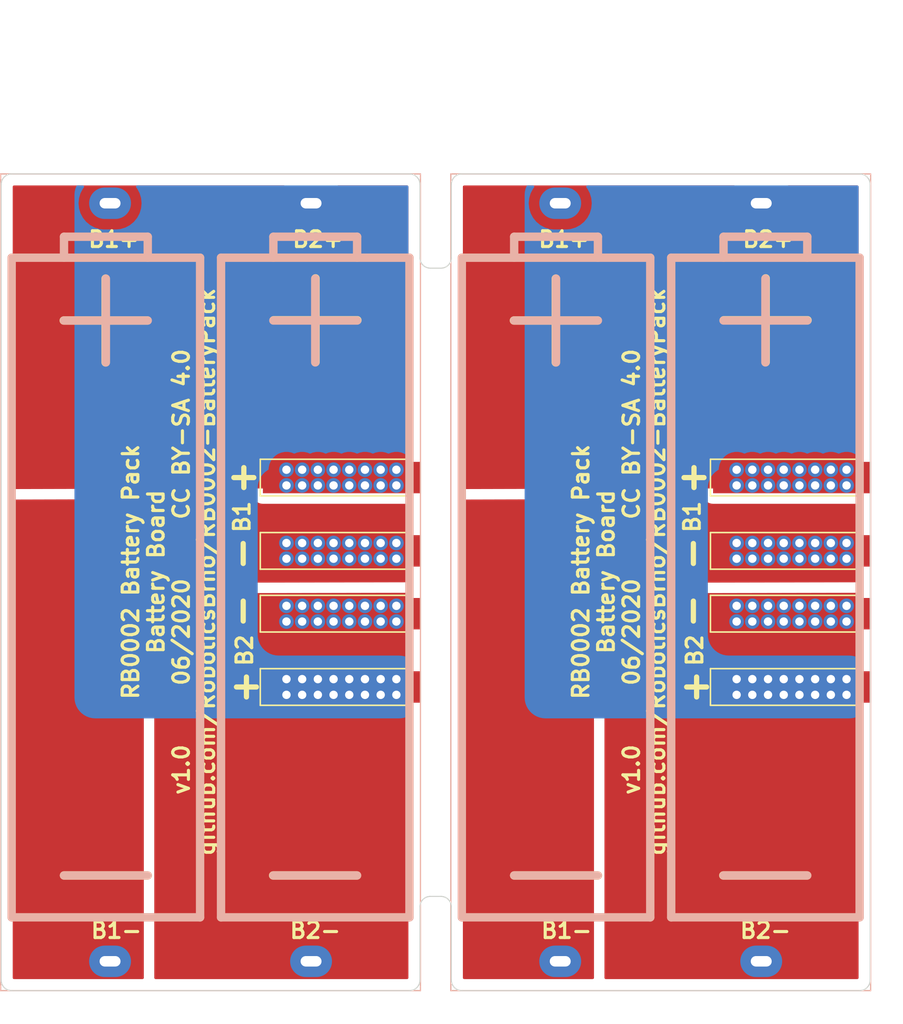
<source format=kicad_pcb>
(kicad_pcb (version 20171130) (host pcbnew 5.1.4+dfsg1-1)

  (general
    (thickness 1.6)
    (drawings 322)
    (tracks 128)
    (zones 0)
    (modules 10)
    (nets 9)
  )

  (page A4)
  (layers
    (0 F.Cu signal)
    (31 B.Cu signal)
    (32 B.Adhes user)
    (33 F.Adhes user)
    (34 B.Paste user)
    (35 F.Paste user)
    (36 B.SilkS user)
    (37 F.SilkS user)
    (38 B.Mask user)
    (39 F.Mask user)
    (40 Dwgs.User user)
    (41 Cmts.User user)
    (42 Eco1.User user)
    (43 Eco2.User user)
    (44 Edge.Cuts user)
    (45 Margin user)
    (46 B.CrtYd user)
    (47 F.CrtYd user)
    (48 B.Fab user)
    (49 F.Fab user)
  )

  (setup
    (last_trace_width 0.25)
    (trace_clearance 0.2)
    (zone_clearance 0.508)
    (zone_45_only no)
    (trace_min 0.2)
    (via_size 0.8)
    (via_drill 0.4)
    (via_min_size 0.4)
    (via_min_drill 0.3)
    (uvia_size 0.3)
    (uvia_drill 0.1)
    (uvias_allowed no)
    (uvia_min_size 0.2)
    (uvia_min_drill 0.1)
    (edge_width 0.05)
    (segment_width 0.2)
    (pcb_text_width 0.3)
    (pcb_text_size 1.5 1.5)
    (mod_edge_width 0.12)
    (mod_text_size 1 1)
    (mod_text_width 0.15)
    (pad_size 1.524 1.524)
    (pad_drill 0.762)
    (pad_to_mask_clearance 0.051)
    (solder_mask_min_width 0.25)
    (aux_axis_origin 0 0)
    (visible_elements FFFFFF7F)
    (pcbplotparams
      (layerselection 0x010fc_ffffffff)
      (usegerberextensions false)
      (usegerberattributes false)
      (usegerberadvancedattributes false)
      (creategerberjobfile false)
      (excludeedgelayer true)
      (linewidth 0.150000)
      (plotframeref false)
      (viasonmask false)
      (mode 1)
      (useauxorigin false)
      (hpglpennumber 1)
      (hpglpenspeed 20)
      (hpglpendiameter 15.000000)
      (psnegative false)
      (psa4output false)
      (plotreference true)
      (plotvalue true)
      (plotinvisibletext false)
      (padsonsilk false)
      (subtractmaskfromsilk false)
      (outputformat 1)
      (mirror false)
      (drillshape 1)
      (scaleselection 1)
      (outputdirectory ""))
  )

  (net 0 "")
  (net 1 Board_1-Board_1-/BP_B1+)
  (net 2 Board_1-Board_1-/BP_B1-)
  (net 3 Board_1-Board_1-/BP_B2+)
  (net 4 Board_1-Board_1-/BP_B2-)
  (net 5 Board_2-Board_1-/BP_B1+)
  (net 6 Board_2-Board_1-/BP_B1-)
  (net 7 Board_2-Board_1-/BP_B2+)
  (net 8 Board_2-Board_1-/BP_B2-)

  (net_class Default "This is the default net class."
    (clearance 0.2)
    (trace_width 0.25)
    (via_dia 0.8)
    (via_drill 0.4)
    (uvia_dia 0.3)
    (uvia_drill 0.1)
    (add_net Board_1-Board_1-/BP_B1+)
    (add_net Board_1-Board_1-/BP_B1-)
    (add_net Board_1-Board_1-/BP_B2+)
    (add_net Board_1-Board_1-/BP_B2-)
    (add_net Board_2-Board_1-/BP_B1+)
    (add_net Board_2-Board_1-/BP_B1-)
    (add_net Board_2-Board_1-/BP_B2+)
    (add_net Board_2-Board_1-/BP_B2-)
  )

  (module batteryPack:BAT_BK-18650-PC4 (layer B.Cu) (tedit 5EEA42C1) (tstamp 5FD14256)
    (at 113.003053 89.001001 270)
    (path /5E837B36)
    (fp_text reference BT1 (at -36.195 19.05 90) (layer B.SilkS) hide
      (effects (font (size 1 1) (thickness 0.15)) (justify mirror))
    )
    (fp_text value BK-18650-PC4 (at -28.84 -19.05 90) (layer B.Fab)
      (effects (font (size 1 1) (thickness 0.015)) (justify mirror))
    )
    (fp_line (start -39 -20.05) (end -39 20.05) (layer B.Fab) (width 0.127))
    (fp_line (start 39 -20.05) (end -39 -20.05) (layer B.Fab) (width 0.127))
    (fp_line (start 39 20.05) (end 39 -20.05) (layer B.Fab) (width 0.127))
    (fp_line (start -39 20.05) (end 39 20.05) (layer B.Fab) (width 0.127))
    (fp_line (start -39 -20.05) (end -39 20.05) (layer B.SilkS) (width 0.127))
    (fp_line (start 39 -20.05) (end -39 -20.05) (layer B.SilkS) (width 0.127))
    (fp_line (start 39 20.05) (end 39 -20.05) (layer B.SilkS) (width 0.127))
    (fp_line (start -39 20.05) (end 39 20.05) (layer B.SilkS) (width 0.127))
    (pad 2+ thru_hole oval (at -36.2 -9.6 270) (size 3 4) (drill oval 1 2) (layers *.Cu *.Mask)
      (net 7 Board_2-Board_1-/BP_B2+))
    (pad 2 thru_hole oval (at 36.2 -9.6 270) (size 3 4) (drill oval 1 2) (layers *.Cu *.Mask)
      (net 8 Board_2-Board_1-/BP_B2-))
    (pad 1 thru_hole oval (at 36.2 9.6 270) (size 3 4) (drill oval 1 2) (layers *.Cu *.Mask)
      (net 6 Board_2-Board_1-/BP_B1-))
    (pad 1+ thru_hole oval (at -36.2 9.6 270) (size 3 4) (drill oval 1 2) (layers *.Cu *.Mask)
      (net 5 Board_2-Board_1-/BP_B1+))
    (model C:/Users/mp363/Desktop/BK-18650-PC4/BAT_BK-18650-PC4.step
      (at (xyz 0 0 0))
      (scale (xyz 1 1 1))
      (rotate (xyz -90 0 -90))
    )
  )

  (module batteryPack:2mm_Banana-Socket (layer F.Cu) (tedit 5E838ADF) (tstamp 5FD1424A)
    (at 133.003053 92.001001 270)
    (path /5E83B842)
    (fp_text reference J12 (at 0 16.5 90) (layer F.SilkS) hide
      (effects (font (size 1 1) (thickness 0.15)))
    )
    (fp_text value B2- (at 0 -1.25 90) (layer F.Fab)
      (effects (font (size 1 1) (thickness 0.15)))
    )
    (fp_line (start -1.25 0) (end 1.25 0) (layer Dwgs.User) (width 0.12))
    (fp_line (start 1.25 0) (end 1.25 15) (layer Dwgs.User) (width 0.12))
    (fp_line (start 1.25 15) (end -1.25 15) (layer Dwgs.User) (width 0.12))
    (fp_line (start -1.25 15) (end -1.25 0) (layer Dwgs.User) (width 0.12))
    (fp_circle (center 0 11) (end 0.25 11.25) (layer Dwgs.User) (width 0.12))
    (fp_line (start -1.75 1) (end -1.75 15.25) (layer F.SilkS) (width 0.15))
    (fp_line (start -1.75 15.25) (end 1.75 15.25) (layer F.SilkS) (width 0.15))
    (fp_line (start 1.75 15.25) (end 1.75 1) (layer F.SilkS) (width 0.15))
    (pad 1 smd rect (at 0 7.5 270) (size 3 15) (layers F.Cu F.Paste F.Mask)
      (net 8 Board_2-Board_1-/BP_B2-))
  )

  (module batteryPack:2mm_Banana-Socket (layer F.Cu) (tedit 5E838ADF) (tstamp 5FD1423E)
    (at 133.003053 86.001001 270)
    (path /5E83B363)
    (fp_text reference J11 (at 0 16.5 90) (layer F.SilkS) hide
      (effects (font (size 1 1) (thickness 0.15)))
    )
    (fp_text value B1- (at 0 -1.25 90) (layer F.Fab)
      (effects (font (size 1 1) (thickness 0.15)))
    )
    (fp_line (start -1.25 0) (end 1.25 0) (layer Dwgs.User) (width 0.12))
    (fp_line (start 1.25 0) (end 1.25 15) (layer Dwgs.User) (width 0.12))
    (fp_line (start 1.25 15) (end -1.25 15) (layer Dwgs.User) (width 0.12))
    (fp_line (start -1.25 15) (end -1.25 0) (layer Dwgs.User) (width 0.12))
    (fp_circle (center 0 11) (end 0.25 11.25) (layer Dwgs.User) (width 0.12))
    (fp_line (start -1.75 1) (end -1.75 15.25) (layer F.SilkS) (width 0.15))
    (fp_line (start -1.75 15.25) (end 1.75 15.25) (layer F.SilkS) (width 0.15))
    (fp_line (start 1.75 15.25) (end 1.75 1) (layer F.SilkS) (width 0.15))
    (pad 1 smd rect (at 0 7.5 270) (size 3 15) (layers F.Cu F.Paste F.Mask)
      (net 6 Board_2-Board_1-/BP_B1-))
  )

  (module batteryPack:2mm_Banana-Socket (layer F.Cu) (tedit 5E838ADF) (tstamp 5FD14232)
    (at 133.003053 79.001001 270)
    (path /5E83A998)
    (fp_text reference J10 (at 0 16.5 90) (layer F.SilkS) hide
      (effects (font (size 1 1) (thickness 0.15)))
    )
    (fp_text value B1+ (at 0 -1.25 90) (layer F.Fab)
      (effects (font (size 1 1) (thickness 0.15)))
    )
    (fp_line (start -1.25 0) (end 1.25 0) (layer Dwgs.User) (width 0.12))
    (fp_line (start 1.25 0) (end 1.25 15) (layer Dwgs.User) (width 0.12))
    (fp_line (start 1.25 15) (end -1.25 15) (layer Dwgs.User) (width 0.12))
    (fp_line (start -1.25 15) (end -1.25 0) (layer Dwgs.User) (width 0.12))
    (fp_circle (center 0 11) (end 0.25 11.25) (layer Dwgs.User) (width 0.12))
    (fp_line (start -1.75 1) (end -1.75 15.25) (layer F.SilkS) (width 0.15))
    (fp_line (start -1.75 15.25) (end 1.75 15.25) (layer F.SilkS) (width 0.15))
    (fp_line (start 1.75 15.25) (end 1.75 1) (layer F.SilkS) (width 0.15))
    (pad 1 smd rect (at 0 7.5 270) (size 3 15) (layers F.Cu F.Paste F.Mask)
      (net 5 Board_2-Board_1-/BP_B1+))
  )

  (module batteryPack:2mm_Banana-Socket (layer F.Cu) (tedit 5E838ADF) (tstamp 5FD14226)
    (at 133.003053 99.001001 270)
    (path /5E83AEC8)
    (fp_text reference J9 (at 0 16.5 90) (layer F.SilkS) hide
      (effects (font (size 1 1) (thickness 0.15)))
    )
    (fp_text value B2+ (at 0 -1.25 90) (layer F.Fab)
      (effects (font (size 1 1) (thickness 0.15)))
    )
    (fp_line (start -1.25 0) (end 1.25 0) (layer Dwgs.User) (width 0.12))
    (fp_line (start 1.25 0) (end 1.25 15) (layer Dwgs.User) (width 0.12))
    (fp_line (start 1.25 15) (end -1.25 15) (layer Dwgs.User) (width 0.12))
    (fp_line (start -1.25 15) (end -1.25 0) (layer Dwgs.User) (width 0.12))
    (fp_circle (center 0 11) (end 0.25 11.25) (layer Dwgs.User) (width 0.12))
    (fp_line (start -1.75 1) (end -1.75 15.25) (layer F.SilkS) (width 0.15))
    (fp_line (start -1.75 15.25) (end 1.75 15.25) (layer F.SilkS) (width 0.15))
    (fp_line (start 1.75 15.25) (end 1.75 1) (layer F.SilkS) (width 0.15))
    (pad 1 smd rect (at 0 7.5 270) (size 3 15) (layers F.Cu F.Paste F.Mask)
      (net 7 Board_2-Board_1-/BP_B2+))
  )

  (module batteryPack:BAT_BK-18650-PC4 (layer B.Cu) (tedit 5EEA42C1) (tstamp 5FD1419E)
    (at 70.001001 89.001001 270)
    (path /5E837B36)
    (fp_text reference BT1 (at -36.195 19.05 90) (layer B.SilkS) hide
      (effects (font (size 1 1) (thickness 0.15)) (justify mirror))
    )
    (fp_text value BK-18650-PC4 (at -28.84 -19.05 90) (layer B.Fab)
      (effects (font (size 1 1) (thickness 0.015)) (justify mirror))
    )
    (fp_line (start -39 -20.05) (end -39 20.05) (layer B.Fab) (width 0.127))
    (fp_line (start 39 -20.05) (end -39 -20.05) (layer B.Fab) (width 0.127))
    (fp_line (start 39 20.05) (end 39 -20.05) (layer B.Fab) (width 0.127))
    (fp_line (start -39 20.05) (end 39 20.05) (layer B.Fab) (width 0.127))
    (fp_line (start -39 -20.05) (end -39 20.05) (layer B.SilkS) (width 0.127))
    (fp_line (start 39 -20.05) (end -39 -20.05) (layer B.SilkS) (width 0.127))
    (fp_line (start 39 20.05) (end 39 -20.05) (layer B.SilkS) (width 0.127))
    (fp_line (start -39 20.05) (end 39 20.05) (layer B.SilkS) (width 0.127))
    (pad 2+ thru_hole oval (at -36.2 -9.6 270) (size 3 4) (drill oval 1 2) (layers *.Cu *.Mask)
      (net 3 Board_1-Board_1-/BP_B2+))
    (pad 2 thru_hole oval (at 36.2 -9.6 270) (size 3 4) (drill oval 1 2) (layers *.Cu *.Mask)
      (net 4 Board_1-Board_1-/BP_B2-))
    (pad 1 thru_hole oval (at 36.2 9.6 270) (size 3 4) (drill oval 1 2) (layers *.Cu *.Mask)
      (net 2 Board_1-Board_1-/BP_B1-))
    (pad 1+ thru_hole oval (at -36.2 9.6 270) (size 3 4) (drill oval 1 2) (layers *.Cu *.Mask)
      (net 1 Board_1-Board_1-/BP_B1+))
    (model C:/Users/mp363/Desktop/BK-18650-PC4/BAT_BK-18650-PC4.step
      (at (xyz 0 0 0))
      (scale (xyz 1 1 1))
      (rotate (xyz -90 0 -90))
    )
  )

  (module batteryPack:2mm_Banana-Socket (layer F.Cu) (tedit 5E838ADF) (tstamp 5FD14192)
    (at 90.001001 92.001001 270)
    (path /5E83B842)
    (fp_text reference J12 (at 0 16.5 90) (layer F.SilkS) hide
      (effects (font (size 1 1) (thickness 0.15)))
    )
    (fp_text value B2- (at 0 -1.25 90) (layer F.Fab)
      (effects (font (size 1 1) (thickness 0.15)))
    )
    (fp_line (start -1.25 0) (end 1.25 0) (layer Dwgs.User) (width 0.12))
    (fp_line (start 1.25 0) (end 1.25 15) (layer Dwgs.User) (width 0.12))
    (fp_line (start 1.25 15) (end -1.25 15) (layer Dwgs.User) (width 0.12))
    (fp_line (start -1.25 15) (end -1.25 0) (layer Dwgs.User) (width 0.12))
    (fp_circle (center 0 11) (end 0.25 11.25) (layer Dwgs.User) (width 0.12))
    (fp_line (start -1.75 1) (end -1.75 15.25) (layer F.SilkS) (width 0.15))
    (fp_line (start -1.75 15.25) (end 1.75 15.25) (layer F.SilkS) (width 0.15))
    (fp_line (start 1.75 15.25) (end 1.75 1) (layer F.SilkS) (width 0.15))
    (pad 1 smd rect (at 0 7.5 270) (size 3 15) (layers F.Cu F.Paste F.Mask)
      (net 4 Board_1-Board_1-/BP_B2-))
  )

  (module batteryPack:2mm_Banana-Socket (layer F.Cu) (tedit 5E838ADF) (tstamp 5FD14186)
    (at 90.001001 86.001001 270)
    (path /5E83B363)
    (fp_text reference J11 (at 0 16.5 90) (layer F.SilkS) hide
      (effects (font (size 1 1) (thickness 0.15)))
    )
    (fp_text value B1- (at 0 -1.25 90) (layer F.Fab)
      (effects (font (size 1 1) (thickness 0.15)))
    )
    (fp_line (start -1.25 0) (end 1.25 0) (layer Dwgs.User) (width 0.12))
    (fp_line (start 1.25 0) (end 1.25 15) (layer Dwgs.User) (width 0.12))
    (fp_line (start 1.25 15) (end -1.25 15) (layer Dwgs.User) (width 0.12))
    (fp_line (start -1.25 15) (end -1.25 0) (layer Dwgs.User) (width 0.12))
    (fp_circle (center 0 11) (end 0.25 11.25) (layer Dwgs.User) (width 0.12))
    (fp_line (start -1.75 1) (end -1.75 15.25) (layer F.SilkS) (width 0.15))
    (fp_line (start -1.75 15.25) (end 1.75 15.25) (layer F.SilkS) (width 0.15))
    (fp_line (start 1.75 15.25) (end 1.75 1) (layer F.SilkS) (width 0.15))
    (pad 1 smd rect (at 0 7.5 270) (size 3 15) (layers F.Cu F.Paste F.Mask)
      (net 2 Board_1-Board_1-/BP_B1-))
  )

  (module batteryPack:2mm_Banana-Socket (layer F.Cu) (tedit 5E838ADF) (tstamp 5FD1417A)
    (at 90.001001 79.001001 270)
    (path /5E83A998)
    (fp_text reference J10 (at 0 16.5 90) (layer F.SilkS) hide
      (effects (font (size 1 1) (thickness 0.15)))
    )
    (fp_text value B1+ (at 0 -1.25 90) (layer F.Fab)
      (effects (font (size 1 1) (thickness 0.15)))
    )
    (fp_line (start -1.25 0) (end 1.25 0) (layer Dwgs.User) (width 0.12))
    (fp_line (start 1.25 0) (end 1.25 15) (layer Dwgs.User) (width 0.12))
    (fp_line (start 1.25 15) (end -1.25 15) (layer Dwgs.User) (width 0.12))
    (fp_line (start -1.25 15) (end -1.25 0) (layer Dwgs.User) (width 0.12))
    (fp_circle (center 0 11) (end 0.25 11.25) (layer Dwgs.User) (width 0.12))
    (fp_line (start -1.75 1) (end -1.75 15.25) (layer F.SilkS) (width 0.15))
    (fp_line (start -1.75 15.25) (end 1.75 15.25) (layer F.SilkS) (width 0.15))
    (fp_line (start 1.75 15.25) (end 1.75 1) (layer F.SilkS) (width 0.15))
    (pad 1 smd rect (at 0 7.5 270) (size 3 15) (layers F.Cu F.Paste F.Mask)
      (net 1 Board_1-Board_1-/BP_B1+))
  )

  (module batteryPack:2mm_Banana-Socket (layer F.Cu) (tedit 5E838ADF) (tstamp 5FD1416E)
    (at 90.001001 99.001001 270)
    (path /5E83AEC8)
    (fp_text reference J9 (at 0 16.5 90) (layer F.SilkS) hide
      (effects (font (size 1 1) (thickness 0.15)))
    )
    (fp_text value B2+ (at 0 -1.25 90) (layer F.Fab)
      (effects (font (size 1 1) (thickness 0.15)))
    )
    (fp_line (start -1.25 0) (end 1.25 0) (layer Dwgs.User) (width 0.12))
    (fp_line (start 1.25 0) (end 1.25 15) (layer Dwgs.User) (width 0.12))
    (fp_line (start 1.25 15) (end -1.25 15) (layer Dwgs.User) (width 0.12))
    (fp_line (start -1.25 15) (end -1.25 0) (layer Dwgs.User) (width 0.12))
    (fp_circle (center 0 11) (end 0.25 11.25) (layer Dwgs.User) (width 0.12))
    (fp_line (start -1.75 1) (end -1.75 15.25) (layer F.SilkS) (width 0.15))
    (fp_line (start -1.75 15.25) (end 1.75 15.25) (layer F.SilkS) (width 0.15))
    (fp_line (start 1.75 15.25) (end 1.75 1) (layer F.SilkS) (width 0.15))
    (pad 1 smd rect (at 0 7.5 270) (size 3 15) (layers F.Cu F.Paste F.Mask)
      (net 3 Board_1-Board_1-/BP_B2+))
  )

  (gr_text V-CUT (at 93 43.999 90) (layer Cmts.User)
    (effects (font (size 2 2) (thickness 0.4)) (justify left))
  )
  (gr_line (start 93 46.999) (end 93 131.003) (layer Cmts.User) (width 0.4))
  (gr_text V-CUT (at 90 43.999 90) (layer Cmts.User)
    (effects (font (size 2 2) (thickness 0.4)) (justify left))
  )
  (gr_line (start 90 46.999) (end 90 131.003) (layer Cmts.User) (width 0.4))
  (gr_line (start 92.0109 59) (end 90.9932 59) (layer Edge.Cuts) (width 0.1))
  (gr_line (start 92.1081 58.9953) (end 92.0109 59) (layer Edge.Cuts) (width 0.1))
  (gr_line (start 92.2042 58.981) (end 92.1081 58.9953) (layer Edge.Cuts) (width 0.1))
  (gr_line (start 92.2985 58.9574) (end 92.2042 58.981) (layer Edge.Cuts) (width 0.1))
  (gr_line (start 92.39 58.9247) (end 92.2985 58.9574) (layer Edge.Cuts) (width 0.1))
  (gr_line (start 92.4778 58.8831) (end 92.39 58.9247) (layer Edge.Cuts) (width 0.1))
  (gr_line (start 92.5611 58.8332) (end 92.4778 58.8831) (layer Edge.Cuts) (width 0.1))
  (gr_line (start 92.6391 58.7753) (end 92.5611 58.8332) (layer Edge.Cuts) (width 0.1))
  (gr_line (start 92.7111 58.7101) (end 92.6391 58.7753) (layer Edge.Cuts) (width 0.1))
  (gr_line (start 92.7764 58.6381) (end 92.7111 58.7101) (layer Edge.Cuts) (width 0.1))
  (gr_line (start 92.8342 58.56) (end 92.7764 58.6381) (layer Edge.Cuts) (width 0.1))
  (gr_line (start 92.8842 58.4767) (end 92.8342 58.56) (layer Edge.Cuts) (width 0.1))
  (gr_line (start 92.9257 58.3889) (end 92.8842 58.4767) (layer Edge.Cuts) (width 0.1))
  (gr_line (start 92.9585 58.2974) (end 92.9257 58.3889) (layer Edge.Cuts) (width 0.1))
  (gr_line (start 92.9821 58.2032) (end 92.9585 58.2974) (layer Edge.Cuts) (width 0.1))
  (gr_line (start 92.9963 58.1071) (end 92.9821 58.2032) (layer Edge.Cuts) (width 0.1))
  (gr_line (start 93.0011 58.0098) (end 92.9963 58.1071) (layer Edge.Cuts) (width 0.1))
  (gr_line (start 93.0011 51.0076) (end 93.0011 58.0098) (layer Edge.Cuts) (width 0.1))
  (gr_line (start 93.0069 50.8965) (end 93.0011 51.0076) (layer Edge.Cuts) (width 0.1))
  (gr_line (start 93.0233 50.7929) (end 93.0069 50.8965) (layer Edge.Cuts) (width 0.1))
  (gr_line (start 93.0467 50.7041) (end 93.0233 50.7929) (layer Edge.Cuts) (width 0.1))
  (gr_line (start 93.0549 50.6791) (end 93.0467 50.7041) (layer Edge.Cuts) (width 0.1))
  (gr_line (start 93.0882 50.5933) (end 93.0549 50.6791) (layer Edge.Cuts) (width 0.1))
  (gr_line (start 93.1355 50.5004) (end 93.0882 50.5933) (layer Edge.Cuts) (width 0.1))
  (gr_line (start 93.1853 50.423) (end 93.1355 50.5004) (layer Edge.Cuts) (width 0.1))
  (gr_line (start 93.2007 50.4018) (end 93.1853 50.423) (layer Edge.Cuts) (width 0.1))
  (gr_line (start 93.2589 50.3305) (end 93.2007 50.4018) (layer Edge.Cuts) (width 0.1))
  (gr_line (start 93.3327 50.2568) (end 93.2589 50.3305) (layer Edge.Cuts) (width 0.1))
  (gr_line (start 93.404 50.1986) (end 93.3327 50.2568) (layer Edge.Cuts) (width 0.1))
  (gr_line (start 93.4253 50.1831) (end 93.404 50.1986) (layer Edge.Cuts) (width 0.1))
  (gr_line (start 93.5025 50.1334) (end 93.4253 50.1831) (layer Edge.Cuts) (width 0.1))
  (gr_line (start 93.5954 50.0861) (end 93.5025 50.1334) (layer Edge.Cuts) (width 0.1))
  (gr_line (start 93.681 50.0528) (end 93.5954 50.0861) (layer Edge.Cuts) (width 0.1))
  (gr_line (start 93.7062 50.0446) (end 93.681 50.0528) (layer Edge.Cuts) (width 0.1))
  (gr_line (start 93.795 50.0212) (end 93.7062 50.0446) (layer Edge.Cuts) (width 0.1))
  (gr_line (start 93.8986 50.0048) (end 93.795 50.0212) (layer Edge.Cuts) (width 0.1))
  (gr_line (start 94.0097 49.999) (end 93.8986 50.0048) (layer Edge.Cuts) (width 0.1))
  (gr_line (start 131.9967 49.999) (end 94.0097 49.999) (layer Edge.Cuts) (width 0.1))
  (gr_line (start 132.1082 50.0049) (end 131.9967 49.999) (layer Edge.Cuts) (width 0.1))
  (gr_line (start 132.1984 50.0189) (end 132.1082 50.0049) (layer Edge.Cuts) (width 0.1))
  (gr_line (start 132.2241 50.0243) (end 132.1984 50.0189) (layer Edge.Cuts) (width 0.1))
  (gr_line (start 132.3124 50.0483) (end 132.2241 50.0243) (layer Edge.Cuts) (width 0.1))
  (gr_line (start 132.3983 50.0808) (end 132.3124 50.0483) (layer Edge.Cuts) (width 0.1))
  (gr_line (start 132.4224 50.0916) (end 132.3983 50.0808) (layer Edge.Cuts) (width 0.1))
  (gr_line (start 132.5037 50.1334) (end 132.4224 50.0916) (layer Edge.Cuts) (width 0.1))
  (gr_line (start 132.5921 50.1908) (end 132.5037 50.1334) (layer Edge.Cuts) (width 0.1))
  (gr_line (start 132.6633 50.2481) (end 132.5921 50.1908) (layer Edge.Cuts) (width 0.1))
  (gr_line (start 132.6829 50.2657) (end 132.6633 50.2481) (layer Edge.Cuts) (width 0.1))
  (gr_line (start 132.7473 50.3306) (end 132.6829 50.2657) (layer Edge.Cuts) (width 0.1))
  (gr_line (start 132.8055 50.4019) (end 132.7473 50.3306) (layer Edge.Cuts) (width 0.1))
  (gr_line (start 132.821 50.4232) (end 132.8055 50.4019) (layer Edge.Cuts) (width 0.1))
  (gr_line (start 132.8704 50.5) (end 132.821 50.4232) (layer Edge.Cuts) (width 0.1))
  (gr_line (start 132.9125 50.5818) (end 132.8704 50.5) (layer Edge.Cuts) (width 0.1))
  (gr_line (start 132.9231 50.6056) (end 132.9125 50.5818) (layer Edge.Cuts) (width 0.1))
  (gr_line (start 132.9556 50.6912) (end 132.9231 50.6056) (layer Edge.Cuts) (width 0.1))
  (gr_line (start 132.9798 50.7799) (end 132.9556 50.6912) (layer Edge.Cuts) (width 0.1))
  (gr_line (start 132.9852 50.8055) (end 132.9798 50.7799) (layer Edge.Cuts) (width 0.1))
  (gr_line (start 132.9992 50.896) (end 132.9852 50.8055) (layer Edge.Cuts) (width 0.1))
  (gr_line (start 133.0051 51.0076) (end 132.9992 50.896) (layer Edge.Cuts) (width 0.1))
  (gr_line (start 133.0051 126.9944) (end 133.0051 51.0076) (layer Edge.Cuts) (width 0.1))
  (gr_line (start 132.9992 127.106) (end 133.0051 126.9944) (layer Edge.Cuts) (width 0.1))
  (gr_line (start 132.9852 127.1963) (end 132.9992 127.106) (layer Edge.Cuts) (width 0.1))
  (gr_line (start 132.9798 127.222) (end 132.9852 127.1963) (layer Edge.Cuts) (width 0.1))
  (gr_line (start 132.9558 127.3103) (end 132.9798 127.222) (layer Edge.Cuts) (width 0.1))
  (gr_line (start 132.9233 127.3962) (end 132.9558 127.3103) (layer Edge.Cuts) (width 0.1))
  (gr_line (start 132.9125 127.4203) (end 132.9233 127.3962) (layer Edge.Cuts) (width 0.1))
  (gr_line (start 132.8707 127.5016) (end 132.9125 127.4203) (layer Edge.Cuts) (width 0.1))
  (gr_line (start 132.8134 127.5899) (end 132.8707 127.5016) (layer Edge.Cuts) (width 0.1))
  (gr_line (start 132.756 127.6612) (end 132.8134 127.5899) (layer Edge.Cuts) (width 0.1))
  (gr_line (start 132.7385 127.6808) (end 132.756 127.6612) (layer Edge.Cuts) (width 0.1))
  (gr_line (start 132.6735 127.7452) (end 132.7385 127.6808) (layer Edge.Cuts) (width 0.1))
  (gr_line (start 132.6022 127.8034) (end 132.6735 127.7452) (layer Edge.Cuts) (width 0.1))
  (gr_line (start 132.5809 127.8189) (end 132.6022 127.8034) (layer Edge.Cuts) (width 0.1))
  (gr_line (start 132.5041 127.8683) (end 132.5809 127.8189) (layer Edge.Cuts) (width 0.1))
  (gr_line (start 132.4224 127.9104) (end 132.5041 127.8683) (layer Edge.Cuts) (width 0.1))
  (gr_line (start 132.3983 127.9211) (end 132.4224 127.9104) (layer Edge.Cuts) (width 0.1))
  (gr_line (start 132.3128 127.9536) (end 132.3983 127.9211) (layer Edge.Cuts) (width 0.1))
  (gr_line (start 132.2241 127.9777) (end 132.3128 127.9536) (layer Edge.Cuts) (width 0.1))
  (gr_line (start 132.1985 127.9831) (end 132.2241 127.9777) (layer Edge.Cuts) (width 0.1))
  (gr_line (start 132.108 127.9971) (end 132.1985 127.9831) (layer Edge.Cuts) (width 0.1))
  (gr_line (start 131.9965 128.003) (end 132.108 127.9971) (layer Edge.Cuts) (width 0.1))
  (gr_line (start 94.0097 128.003) (end 131.9965 128.003) (layer Edge.Cuts) (width 0.1))
  (gr_line (start 93.8986 127.9972) (end 94.0097 128.003) (layer Edge.Cuts) (width 0.1))
  (gr_line (start 93.7946 127.9807) (end 93.8986 127.9972) (layer Edge.Cuts) (width 0.1))
  (gr_line (start 93.6938 127.9537) (end 93.7946 127.9807) (layer Edge.Cuts) (width 0.1))
  (gr_line (start 93.6079 127.9212) (end 93.6938 127.9537) (layer Edge.Cuts) (width 0.1))
  (gr_line (start 93.5838 127.9104) (end 93.6079 127.9212) (layer Edge.Cuts) (width 0.1))
  (gr_line (start 93.502 127.8683) (end 93.5838 127.9104) (layer Edge.Cuts) (width 0.1))
  (gr_line (start 93.4146 127.8116) (end 93.502 127.8683) (layer Edge.Cuts) (width 0.1))
  (gr_line (start 93.3429 127.7539) (end 93.4146 127.8116) (layer Edge.Cuts) (width 0.1))
  (gr_line (start 93.3233 127.7364) (end 93.3429 127.7539) (layer Edge.Cuts) (width 0.1))
  (gr_line (start 93.2585 127.671) (end 93.3233 127.7364) (layer Edge.Cuts) (width 0.1))
  (gr_line (start 93.1928 127.5899) (end 93.2585 127.671) (layer Edge.Cuts) (width 0.1))
  (gr_line (start 93.1425 127.5131) (end 93.1928 127.5899) (layer Edge.Cuts) (width 0.1))
  (gr_line (start 93.1294 127.4903) (end 93.1425 127.5131) (layer Edge.Cuts) (width 0.1))
  (gr_line (start 93.088 127.4082) (end 93.1294 127.4903) (layer Edge.Cuts) (width 0.1))
  (gr_line (start 93.0506 127.3108) (end 93.088 127.4082) (layer Edge.Cuts) (width 0.1))
  (gr_line (start 93.0264 127.2221) (end 93.0506 127.3108) (layer Edge.Cuts) (width 0.1))
  (gr_line (start 93.021 127.1965) (end 93.0264 127.2221) (layer Edge.Cuts) (width 0.1))
  (gr_line (start 93.0069 127.1055) (end 93.021 127.1965) (layer Edge.Cuts) (width 0.1))
  (gr_line (start 93.0011 126.9944) (end 93.0069 127.1055) (layer Edge.Cuts) (width 0.1))
  (gr_line (start 93.0011 119.9923) (end 93.0011 126.9944) (layer Edge.Cuts) (width 0.1))
  (gr_line (start 92.9963 119.895) (end 93.0011 119.9923) (layer Edge.Cuts) (width 0.1))
  (gr_line (start 92.9821 119.7989) (end 92.9963 119.895) (layer Edge.Cuts) (width 0.1))
  (gr_line (start 92.9585 119.7047) (end 92.9821 119.7989) (layer Edge.Cuts) (width 0.1))
  (gr_line (start 92.9257 119.6132) (end 92.9585 119.7047) (layer Edge.Cuts) (width 0.1))
  (gr_line (start 92.8842 119.5254) (end 92.9257 119.6132) (layer Edge.Cuts) (width 0.1))
  (gr_line (start 92.8342 119.442) (end 92.8842 119.5254) (layer Edge.Cuts) (width 0.1))
  (gr_line (start 92.7764 119.364) (end 92.8342 119.442) (layer Edge.Cuts) (width 0.1))
  (gr_line (start 92.7111 119.292) (end 92.7764 119.364) (layer Edge.Cuts) (width 0.1))
  (gr_line (start 92.6391 119.2268) (end 92.7111 119.292) (layer Edge.Cuts) (width 0.1))
  (gr_line (start 92.5611 119.1689) (end 92.6391 119.2268) (layer Edge.Cuts) (width 0.1))
  (gr_line (start 92.4778 119.1189) (end 92.5611 119.1689) (layer Edge.Cuts) (width 0.1))
  (gr_line (start 92.39 119.0774) (end 92.4778 119.1189) (layer Edge.Cuts) (width 0.1))
  (gr_line (start 92.2985 119.0447) (end 92.39 119.0774) (layer Edge.Cuts) (width 0.1))
  (gr_line (start 92.2042 119.0211) (end 92.2985 119.0447) (layer Edge.Cuts) (width 0.1))
  (gr_line (start 92.1081 119.0068) (end 92.2042 119.0211) (layer Edge.Cuts) (width 0.1))
  (gr_line (start 92.0109 119.002) (end 92.1081 119.0068) (layer Edge.Cuts) (width 0.1))
  (gr_line (start 90.9932 119.002) (end 92.0109 119.002) (layer Edge.Cuts) (width 0.1))
  (gr_line (start 90.896 119.0068) (end 90.9932 119.002) (layer Edge.Cuts) (width 0.1))
  (gr_line (start 90.7999 119.0211) (end 90.896 119.0068) (layer Edge.Cuts) (width 0.1))
  (gr_line (start 90.7056 119.0447) (end 90.7999 119.0211) (layer Edge.Cuts) (width 0.1))
  (gr_line (start 90.6141 119.0774) (end 90.7056 119.0447) (layer Edge.Cuts) (width 0.1))
  (gr_line (start 90.5263 119.1189) (end 90.6141 119.0774) (layer Edge.Cuts) (width 0.1))
  (gr_line (start 90.443 119.1689) (end 90.5263 119.1189) (layer Edge.Cuts) (width 0.1))
  (gr_line (start 90.365 119.2268) (end 90.443 119.1689) (layer Edge.Cuts) (width 0.1))
  (gr_line (start 90.293 119.292) (end 90.365 119.2268) (layer Edge.Cuts) (width 0.1))
  (gr_line (start 90.2277 119.364) (end 90.293 119.292) (layer Edge.Cuts) (width 0.1))
  (gr_line (start 90.1699 119.442) (end 90.2277 119.364) (layer Edge.Cuts) (width 0.1))
  (gr_line (start 90.1199 119.5254) (end 90.1699 119.442) (layer Edge.Cuts) (width 0.1))
  (gr_line (start 90.0784 119.6132) (end 90.1199 119.5254) (layer Edge.Cuts) (width 0.1))
  (gr_line (start 90.0456 119.7047) (end 90.0784 119.6132) (layer Edge.Cuts) (width 0.1))
  (gr_line (start 90.022 119.7989) (end 90.0456 119.7047) (layer Edge.Cuts) (width 0.1))
  (gr_line (start 90.0078 119.895) (end 90.022 119.7989) (layer Edge.Cuts) (width 0.1))
  (gr_line (start 90.003 119.9923) (end 90.0078 119.895) (layer Edge.Cuts) (width 0.1))
  (gr_line (start 90.003 126.9944) (end 90.003 119.9923) (layer Edge.Cuts) (width 0.1))
  (gr_line (start 89.9972 127.1054) (end 90.003 126.9944) (layer Edge.Cuts) (width 0.1))
  (gr_line (start 89.9831 127.1963) (end 89.9972 127.1054) (layer Edge.Cuts) (width 0.1))
  (gr_line (start 89.9777 127.222) (end 89.9831 127.1963) (layer Edge.Cuts) (width 0.1))
  (gr_line (start 89.9535 127.3108) (end 89.9777 127.222) (layer Edge.Cuts) (width 0.1))
  (gr_line (start 89.9162 127.4081) (end 89.9535 127.3108) (layer Edge.Cuts) (width 0.1))
  (gr_line (start 89.8747 127.4903) (end 89.9162 127.4081) (layer Edge.Cuts) (width 0.1))
  (gr_line (start 89.8616 127.513) (end 89.8747 127.4903) (layer Edge.Cuts) (width 0.1))
  (gr_line (start 89.8113 127.5899) (end 89.8616 127.513) (layer Edge.Cuts) (width 0.1))
  (gr_line (start 89.7455 127.6711) (end 89.8113 127.5899) (layer Edge.Cuts) (width 0.1))
  (gr_line (start 89.6714 127.7452) (end 89.7455 127.6711) (layer Edge.Cuts) (width 0.1))
  (gr_line (start 89.6001 127.8034) (end 89.6714 127.7452) (layer Edge.Cuts) (width 0.1))
  (gr_line (start 89.5788 127.8189) (end 89.6001 127.8034) (layer Edge.Cuts) (width 0.1))
  (gr_line (start 89.5016 127.8686) (end 89.5788 127.8189) (layer Edge.Cuts) (width 0.1))
  (gr_line (start 89.4086 127.916) (end 89.5016 127.8686) (layer Edge.Cuts) (width 0.1))
  (gr_line (start 89.3229 127.9492) (end 89.4086 127.916) (layer Edge.Cuts) (width 0.1))
  (gr_line (start 89.2979 127.9573) (end 89.3229 127.9492) (layer Edge.Cuts) (width 0.1))
  (gr_line (start 89.209 127.9808) (end 89.2979 127.9573) (layer Edge.Cuts) (width 0.1))
  (gr_line (start 89.1054 127.9972) (end 89.209 127.9808) (layer Edge.Cuts) (width 0.1))
  (gr_line (start 88.9944 128.003) (end 89.1054 127.9972) (layer Edge.Cuts) (width 0.1))
  (gr_line (start 51.0074 128.003) (end 88.9944 128.003) (layer Edge.Cuts) (width 0.1))
  (gr_line (start 50.8959 127.9971) (end 51.0074 128.003) (layer Edge.Cuts) (width 0.1))
  (gr_line (start 50.8057 127.9831) (end 50.8959 127.9971) (layer Edge.Cuts) (width 0.1))
  (gr_line (start 50.78 127.9777) (end 50.8057 127.9831) (layer Edge.Cuts) (width 0.1))
  (gr_line (start 50.6917 127.9537) (end 50.78 127.9777) (layer Edge.Cuts) (width 0.1))
  (gr_line (start 50.6058 127.9212) (end 50.6917 127.9537) (layer Edge.Cuts) (width 0.1))
  (gr_line (start 50.5817 127.9104) (end 50.6058 127.9212) (layer Edge.Cuts) (width 0.1))
  (gr_line (start 50.5004 127.8686) (end 50.5817 127.9104) (layer Edge.Cuts) (width 0.1))
  (gr_line (start 50.4121 127.8113) (end 50.5004 127.8686) (layer Edge.Cuts) (width 0.1))
  (gr_line (start 50.3408 127.7539) (end 50.4121 127.8113) (layer Edge.Cuts) (width 0.1))
  (gr_line (start 50.3212 127.7364) (end 50.3408 127.7539) (layer Edge.Cuts) (width 0.1))
  (gr_line (start 50.2568 127.6714) (end 50.3212 127.7364) (layer Edge.Cuts) (width 0.1))
  (gr_line (start 50.1986 127.6001) (end 50.2568 127.6714) (layer Edge.Cuts) (width 0.1))
  (gr_line (start 50.1831 127.5788) (end 50.1986 127.6001) (layer Edge.Cuts) (width 0.1))
  (gr_line (start 50.1337 127.502) (end 50.1831 127.5788) (layer Edge.Cuts) (width 0.1))
  (gr_line (start 50.0916 127.4202) (end 50.1337 127.502) (layer Edge.Cuts) (width 0.1))
  (gr_line (start 50.081 127.3964) (end 50.0916 127.4202) (layer Edge.Cuts) (width 0.1))
  (gr_line (start 50.0485 127.3108) (end 50.081 127.3964) (layer Edge.Cuts) (width 0.1))
  (gr_line (start 50.0243 127.2221) (end 50.0485 127.3108) (layer Edge.Cuts) (width 0.1))
  (gr_line (start 50.0189 127.1965) (end 50.0243 127.2221) (layer Edge.Cuts) (width 0.1))
  (gr_line (start 50.0049 127.106) (end 50.0189 127.1965) (layer Edge.Cuts) (width 0.1))
  (gr_line (start 49.999 126.9944) (end 50.0049 127.106) (layer Edge.Cuts) (width 0.1))
  (gr_line (start 49.999 51.0076) (end 49.999 126.9944) (layer Edge.Cuts) (width 0.1))
  (gr_line (start 50.0049 50.8959) (end 49.999 51.0076) (layer Edge.Cuts) (width 0.1))
  (gr_line (start 50.0189 50.8056) (end 50.0049 50.8959) (layer Edge.Cuts) (width 0.1))
  (gr_line (start 50.0243 50.7799) (end 50.0189 50.8056) (layer Edge.Cuts) (width 0.1))
  (gr_line (start 50.0485 50.6912) (end 50.0243 50.7799) (layer Edge.Cuts) (width 0.1))
  (gr_line (start 50.081 50.6056) (end 50.0485 50.6912) (layer Edge.Cuts) (width 0.1))
  (gr_line (start 50.0916 50.5817) (end 50.081 50.6056) (layer Edge.Cuts) (width 0.1))
  (gr_line (start 50.1337 50.4999) (end 50.0916 50.5817) (layer Edge.Cuts) (width 0.1))
  (gr_line (start 50.1832 50.423) (end 50.1337 50.4999) (layer Edge.Cuts) (width 0.1))
  (gr_line (start 50.1986 50.4018) (end 50.1832 50.423) (layer Edge.Cuts) (width 0.1))
  (gr_line (start 50.2565 50.3309) (end 50.1986 50.4018) (layer Edge.Cuts) (width 0.1))
  (gr_line (start 50.3212 50.2657) (end 50.2565 50.3309) (layer Edge.Cuts) (width 0.1))
  (gr_line (start 50.3407 50.2481) (end 50.3212 50.2657) (layer Edge.Cuts) (width 0.1))
  (gr_line (start 50.4121 50.1907) (end 50.3407 50.2481) (layer Edge.Cuts) (width 0.1))
  (gr_line (start 50.5004 50.1334) (end 50.4121 50.1907) (layer Edge.Cuts) (width 0.1))
  (gr_line (start 50.5818 50.0916) (end 50.5004 50.1334) (layer Edge.Cuts) (width 0.1))
  (gr_line (start 50.6056 50.081) (end 50.5818 50.0916) (layer Edge.Cuts) (width 0.1))
  (gr_line (start 50.6912 50.0485) (end 50.6056 50.081) (layer Edge.Cuts) (width 0.1))
  (gr_line (start 50.7799 50.0243) (end 50.6912 50.0485) (layer Edge.Cuts) (width 0.1))
  (gr_line (start 50.8055 50.0189) (end 50.7799 50.0243) (layer Edge.Cuts) (width 0.1))
  (gr_line (start 50.896 50.0049) (end 50.8055 50.0189) (layer Edge.Cuts) (width 0.1))
  (gr_line (start 51.0074 49.999) (end 50.896 50.0049) (layer Edge.Cuts) (width 0.1))
  (gr_line (start 88.9944 49.999) (end 51.0074 49.999) (layer Edge.Cuts) (width 0.1))
  (gr_line (start 89.1055 50.0048) (end 88.9944 49.999) (layer Edge.Cuts) (width 0.1))
  (gr_line (start 89.209 50.0212) (end 89.1055 50.0048) (layer Edge.Cuts) (width 0.1))
  (gr_line (start 89.3103 50.0483) (end 89.209 50.0212) (layer Edge.Cuts) (width 0.1))
  (gr_line (start 89.3962 50.0808) (end 89.3103 50.0483) (layer Edge.Cuts) (width 0.1))
  (gr_line (start 89.4203 50.0916) (end 89.3962 50.0808) (layer Edge.Cuts) (width 0.1))
  (gr_line (start 89.5016 50.1334) (end 89.4203 50.0916) (layer Edge.Cuts) (width 0.1))
  (gr_line (start 89.579 50.1832) (end 89.5016 50.1334) (layer Edge.Cuts) (width 0.1))
  (gr_line (start 89.6002 50.1986) (end 89.579 50.1832) (layer Edge.Cuts) (width 0.1))
  (gr_line (start 89.6715 50.2568) (end 89.6002 50.1986) (layer Edge.Cuts) (width 0.1))
  (gr_line (start 89.7452 50.3306) (end 89.6715 50.2568) (layer Edge.Cuts) (width 0.1))
  (gr_line (start 89.8034 50.4019) (end 89.7452 50.3306) (layer Edge.Cuts) (width 0.1))
  (gr_line (start 89.8189 50.4232) (end 89.8034 50.4019) (layer Edge.Cuts) (width 0.1))
  (gr_line (start 89.8686 50.5004) (end 89.8189 50.4232) (layer Edge.Cuts) (width 0.1))
  (gr_line (start 89.9161 50.5938) (end 89.8686 50.5004) (layer Edge.Cuts) (width 0.1))
  (gr_line (start 89.9535 50.6912) (end 89.9161 50.5938) (layer Edge.Cuts) (width 0.1))
  (gr_line (start 89.9777 50.7799) (end 89.9535 50.6912) (layer Edge.Cuts) (width 0.1))
  (gr_line (start 89.9831 50.8055) (end 89.9777 50.7799) (layer Edge.Cuts) (width 0.1))
  (gr_line (start 89.9972 50.8965) (end 89.9831 50.8055) (layer Edge.Cuts) (width 0.1))
  (gr_line (start 90.003 51.0076) (end 89.9972 50.8965) (layer Edge.Cuts) (width 0.1))
  (gr_line (start 90.003 58.0098) (end 90.003 51.0076) (layer Edge.Cuts) (width 0.1))
  (gr_line (start 90.0078 58.1071) (end 90.003 58.0098) (layer Edge.Cuts) (width 0.1))
  (gr_line (start 90.022 58.2032) (end 90.0078 58.1071) (layer Edge.Cuts) (width 0.1))
  (gr_line (start 90.0456 58.2974) (end 90.022 58.2032) (layer Edge.Cuts) (width 0.1))
  (gr_line (start 90.0784 58.3889) (end 90.0456 58.2974) (layer Edge.Cuts) (width 0.1))
  (gr_line (start 90.1199 58.4767) (end 90.0784 58.3889) (layer Edge.Cuts) (width 0.1))
  (gr_line (start 90.1699 58.56) (end 90.1199 58.4767) (layer Edge.Cuts) (width 0.1))
  (gr_line (start 90.2277 58.6381) (end 90.1699 58.56) (layer Edge.Cuts) (width 0.1))
  (gr_line (start 90.293 58.7101) (end 90.2277 58.6381) (layer Edge.Cuts) (width 0.1))
  (gr_line (start 90.365 58.7753) (end 90.293 58.7101) (layer Edge.Cuts) (width 0.1))
  (gr_line (start 90.443 58.8332) (end 90.365 58.7753) (layer Edge.Cuts) (width 0.1))
  (gr_line (start 90.5263 58.8831) (end 90.443 58.8332) (layer Edge.Cuts) (width 0.1))
  (gr_line (start 90.6141 58.9247) (end 90.5263 58.8831) (layer Edge.Cuts) (width 0.1))
  (gr_line (start 90.7056 58.9574) (end 90.6141 58.9247) (layer Edge.Cuts) (width 0.1))
  (gr_line (start 90.7999 58.981) (end 90.7056 58.9574) (layer Edge.Cuts) (width 0.1))
  (gr_line (start 90.896 58.9953) (end 90.7999 58.981) (layer Edge.Cuts) (width 0.1))
  (gr_line (start 90.9932 59) (end 90.896 58.9953) (layer Edge.Cuts) (width 0.1))
  (gr_line (start 99.003053 117.001001) (end 107.003053 117.001001) (layer F.SilkS) (width 0.8) (tstamp 5FD142D1))
  (gr_line (start 118.978053 117.001001) (end 126.978053 117.001001) (layer F.SilkS) (width 0.8) (tstamp 5FD142D0))
  (gr_line (start 119.028053 63.976001) (end 127.028053 63.976001) (layer F.SilkS) (width 0.8) (tstamp 5FD142CF))
  (gr_line (start 123.028053 67.976001) (end 123.028053 59.976001) (layer F.SilkS) (width 0.8) (tstamp 5FD142CE))
  (gr_line (start 102.978053 68.001001) (end 102.978053 60.001001) (layer F.SilkS) (width 0.8) (tstamp 5FD142CD))
  (gr_line (start 98.978053 64.001001) (end 106.978053 64.001001) (layer F.SilkS) (width 0.8) (tstamp 5FD142CC))
  (gr_line (start 136.003053 56.001001) (end 131.503053 56.001001) (layer Cmts.User) (width 0.3) (tstamp 5FD142CB))
  (gr_line (start 136.003053 122.001001) (end 131.503053 122.001001) (layer Cmts.User) (width 0.3) (tstamp 5FD142CA))
  (gr_line (start 136.003053 105.751001) (end 131.503053 105.751001) (layer Cmts.User) (width 0.3) (tstamp 5FD142C9))
  (gr_line (start 136.003053 72.501001) (end 131.503053 72.501001) (layer Cmts.User) (width 0.3) (tstamp 5FD142C8))
  (gr_text "RB0002 Battery Pack\nBattery Board\nv1.0     06/2020     CC BY-SA 4.0\ngithub.com/RoboticsBrno/RB0002-BatteryPack" (at 109.003053 88.001001 90) (layer F.SilkS) (tstamp 5FD142C7)
    (effects (font (size 1.5 1.5) (thickness 0.3)))
  )
  (gr_line (start 99.003053 58.001001) (end 99.003053 56.001001) (layer B.SilkS) (width 0.8) (tstamp 5FD142C6))
  (gr_line (start 107.003053 56.001001) (end 107.003053 58.001001) (layer B.SilkS) (width 0.8) (tstamp 5FD142C5))
  (gr_line (start 99.003053 117.001001) (end 107.003053 117.001001) (layer B.SilkS) (width 0.8) (tstamp 5FD142C4))
  (gr_line (start 112.003053 121.001001) (end 94.003053 121.001001) (layer B.SilkS) (width 0.8) (tstamp 5FD142C3))
  (gr_line (start 112.003053 58.001001) (end 112.003053 121.001001) (layer B.SilkS) (width 0.8) (tstamp 5FD142C2))
  (gr_line (start 94.003053 121.001001) (end 94.003053 58.001001) (layer B.SilkS) (width 0.8) (tstamp 5FD142C1))
  (gr_line (start 99.003053 56.001001) (end 107.003053 56.001001) (layer B.SilkS) (width 0.8) (tstamp 5FD142C0))
  (gr_line (start 94.003053 58.001001) (end 112.003053 58.001001) (layer B.SilkS) (width 0.8) (tstamp 5FD142BF))
  (gr_line (start 103.003053 60.001001) (end 103.003053 68.001001) (layer B.SilkS) (width 0.8) (tstamp 5FD142BE))
  (gr_line (start 99.003053 64.001001) (end 107.003053 64.001001) (layer B.SilkS) (width 0.8) (tstamp 5FD142BD))
  (gr_line (start 119.003053 117.001001) (end 127.003053 117.001001) (layer B.SilkS) (width 0.8) (tstamp 5FD142BC))
  (gr_line (start 114.003053 58.001001) (end 132.003053 58.001001) (layer B.SilkS) (width 0.8) (tstamp 5FD142BB))
  (gr_line (start 132.003053 121.001001) (end 114.003053 121.001001) (layer B.SilkS) (width 0.8) (tstamp 5FD142BA))
  (gr_line (start 114.003053 121.001001) (end 114.003053 58.001001) (layer B.SilkS) (width 0.8) (tstamp 5FD142B9))
  (gr_line (start 119.003053 58.001001) (end 119.003053 56.001001) (layer B.SilkS) (width 0.8) (tstamp 5FD142B8))
  (gr_line (start 119.003053 56.001001) (end 127.003053 56.001001) (layer B.SilkS) (width 0.8) (tstamp 5FD142B7))
  (gr_line (start 123.003053 60.001001) (end 123.003053 68.001001) (layer B.SilkS) (width 0.8) (tstamp 5FD142B6))
  (gr_line (start 127.003053 56.001001) (end 127.003053 58.001001) (layer B.SilkS) (width 0.8) (tstamp 5FD142B5))
  (gr_line (start 119.003053 64.001001) (end 127.003053 64.001001) (layer B.SilkS) (width 0.8) (tstamp 5FD142B4))
  (gr_line (start 132.003053 58.001001) (end 132.003053 121.001001) (layer B.SilkS) (width 0.8) (tstamp 5FD142B3))
  (gr_text B1- (at 104.003053 122.251001) (layer F.SilkS) (tstamp 5FD142B2)
    (effects (font (size 1.5 1.5) (thickness 0.3)))
  )
  (gr_text B2- (at 123.003053 122.251001) (layer F.SilkS) (tstamp 5FD142B1)
    (effects (font (size 1.5 1.5) (thickness 0.3)))
  )
  (gr_text B2+ (at 123.253053 56.251001) (layer F.SilkS) (tstamp 5FD142B0)
    (effects (font (size 1.5 1.5) (thickness 0.3)))
  )
  (gr_text B1+ (at 103.753053 56.251001) (layer F.SilkS) (tstamp 5FD142AF)
    (effects (font (size 1.5 1.5) (thickness 0.3)))
  )
  (gr_text B1 (at 116.003053 82.751001 90) (layer F.SilkS) (tstamp 5FD142AE)
    (effects (font (size 1.5 1.5) (thickness 0.3)))
  )
  (gr_text B2 (at 116.253053 95.501001 90) (layer F.SilkS) (tstamp 5FD142AD)
    (effects (font (size 1.5 1.5) (thickness 0.3)))
  )
  (gr_text + (at 116.253053 99.001001 90) (layer F.SilkS) (tstamp 5FD142AC)
    (effects (font (size 2.5 2.5) (thickness 0.5)))
  )
  (gr_text _ (at 114.753053 91.751001 90) (layer F.SilkS) (tstamp 5FD142AB)
    (effects (font (size 2.5 2.5) (thickness 0.5)))
  )
  (gr_text _ (at 114.753053 86.251001 90) (layer F.SilkS) (tstamp 5FD142AA)
    (effects (font (size 2.5 2.5) (thickness 0.5)))
  )
  (gr_text + (at 116.003053 79.001001 90) (layer F.SilkS) (tstamp 5FD142A9)
    (effects (font (size 2.5 2.5) (thickness 0.5)))
  )
  (gr_line (start 56.001001 117.001001) (end 64.001001 117.001001) (layer F.SilkS) (width 0.8) (tstamp 5FD14219))
  (gr_line (start 75.976001 117.001001) (end 83.976001 117.001001) (layer F.SilkS) (width 0.8) (tstamp 5FD14218))
  (gr_line (start 76.026001 63.976001) (end 84.026001 63.976001) (layer F.SilkS) (width 0.8) (tstamp 5FD14217))
  (gr_line (start 80.026001 67.976001) (end 80.026001 59.976001) (layer F.SilkS) (width 0.8) (tstamp 5FD14216))
  (gr_line (start 59.976001 68.001001) (end 59.976001 60.001001) (layer F.SilkS) (width 0.8) (tstamp 5FD14215))
  (gr_line (start 55.976001 64.001001) (end 63.976001 64.001001) (layer F.SilkS) (width 0.8) (tstamp 5FD14214))
  (gr_line (start 93.001001 56.001001) (end 88.501001 56.001001) (layer Cmts.User) (width 0.3) (tstamp 5FD14213))
  (gr_line (start 93.001001 122.001001) (end 88.501001 122.001001) (layer Cmts.User) (width 0.3) (tstamp 5FD14212))
  (gr_line (start 93.001001 105.751001) (end 88.501001 105.751001) (layer Cmts.User) (width 0.3) (tstamp 5FD14211))
  (gr_line (start 93.001001 72.501001) (end 88.501001 72.501001) (layer Cmts.User) (width 0.3) (tstamp 5FD14210))
  (gr_text "RB0002 Battery Pack\nBattery Board\nv1.0     06/2020     CC BY-SA 4.0\ngithub.com/RoboticsBrno/RB0002-BatteryPack" (at 66.001001 88.001001 90) (layer F.SilkS) (tstamp 5FD1420F)
    (effects (font (size 1.5 1.5) (thickness 0.3)))
  )
  (gr_line (start 56.001001 58.001001) (end 56.001001 56.001001) (layer B.SilkS) (width 0.8) (tstamp 5FD1420E))
  (gr_line (start 64.001001 56.001001) (end 64.001001 58.001001) (layer B.SilkS) (width 0.8) (tstamp 5FD1420D))
  (gr_line (start 56.001001 117.001001) (end 64.001001 117.001001) (layer B.SilkS) (width 0.8) (tstamp 5FD1420C))
  (gr_line (start 69.001001 121.001001) (end 51.001001 121.001001) (layer B.SilkS) (width 0.8) (tstamp 5FD1420B))
  (gr_line (start 69.001001 58.001001) (end 69.001001 121.001001) (layer B.SilkS) (width 0.8) (tstamp 5FD1420A))
  (gr_line (start 51.001001 121.001001) (end 51.001001 58.001001) (layer B.SilkS) (width 0.8) (tstamp 5FD14209))
  (gr_line (start 56.001001 56.001001) (end 64.001001 56.001001) (layer B.SilkS) (width 0.8) (tstamp 5FD14208))
  (gr_line (start 51.001001 58.001001) (end 69.001001 58.001001) (layer B.SilkS) (width 0.8) (tstamp 5FD14207))
  (gr_line (start 60.001001 60.001001) (end 60.001001 68.001001) (layer B.SilkS) (width 0.8) (tstamp 5FD14206))
  (gr_line (start 56.001001 64.001001) (end 64.001001 64.001001) (layer B.SilkS) (width 0.8) (tstamp 5FD14205))
  (gr_line (start 76.001001 117.001001) (end 84.001001 117.001001) (layer B.SilkS) (width 0.8) (tstamp 5FD14204))
  (gr_line (start 71.001001 58.001001) (end 89.001001 58.001001) (layer B.SilkS) (width 0.8) (tstamp 5FD14203))
  (gr_line (start 89.001001 121.001001) (end 71.001001 121.001001) (layer B.SilkS) (width 0.8) (tstamp 5FD14202))
  (gr_line (start 71.001001 121.001001) (end 71.001001 58.001001) (layer B.SilkS) (width 0.8) (tstamp 5FD14201))
  (gr_line (start 76.001001 58.001001) (end 76.001001 56.001001) (layer B.SilkS) (width 0.8) (tstamp 5FD14200))
  (gr_line (start 76.001001 56.001001) (end 84.001001 56.001001) (layer B.SilkS) (width 0.8) (tstamp 5FD141FF))
  (gr_line (start 80.001001 60.001001) (end 80.001001 68.001001) (layer B.SilkS) (width 0.8) (tstamp 5FD141FE))
  (gr_line (start 84.001001 56.001001) (end 84.001001 58.001001) (layer B.SilkS) (width 0.8) (tstamp 5FD141FD))
  (gr_line (start 76.001001 64.001001) (end 84.001001 64.001001) (layer B.SilkS) (width 0.8) (tstamp 5FD141FC))
  (gr_line (start 89.001001 58.001001) (end 89.001001 121.001001) (layer B.SilkS) (width 0.8) (tstamp 5FD141FB))
  (gr_text B1- (at 61.001001 122.251001) (layer F.SilkS) (tstamp 5FD141FA)
    (effects (font (size 1.5 1.5) (thickness 0.3)))
  )
  (gr_text B2- (at 80.001001 122.251001) (layer F.SilkS) (tstamp 5FD141F9)
    (effects (font (size 1.5 1.5) (thickness 0.3)))
  )
  (gr_text B2+ (at 80.251001 56.251001) (layer F.SilkS) (tstamp 5FD141F8)
    (effects (font (size 1.5 1.5) (thickness 0.3)))
  )
  (gr_text B1+ (at 60.751001 56.251001) (layer F.SilkS) (tstamp 5FD141F7)
    (effects (font (size 1.5 1.5) (thickness 0.3)))
  )
  (gr_text B1 (at 73.001001 82.751001 90) (layer F.SilkS) (tstamp 5FD141F6)
    (effects (font (size 1.5 1.5) (thickness 0.3)))
  )
  (gr_text B2 (at 73.251001 95.501001 90) (layer F.SilkS) (tstamp 5FD141F5)
    (effects (font (size 1.5 1.5) (thickness 0.3)))
  )
  (gr_text + (at 73.251001 99.001001 90) (layer F.SilkS) (tstamp 5FD141F4)
    (effects (font (size 2.5 2.5) (thickness 0.5)))
  )
  (gr_text _ (at 71.751001 91.751001 90) (layer F.SilkS) (tstamp 5FD141F3)
    (effects (font (size 2.5 2.5) (thickness 0.5)))
  )
  (gr_text _ (at 71.751001 86.251001 90) (layer F.SilkS) (tstamp 5FD141F2)
    (effects (font (size 2.5 2.5) (thickness 0.5)))
  )
  (gr_text + (at 73.001001 79.001001 90) (layer F.SilkS) (tstamp 5FD141F1)
    (effects (font (size 2.5 2.5) (thickness 0.5)))
  )

  (via (at 87.751001 78.251001) (size 1.4) (drill 0.8) (layers F.Cu B.Cu) (net 1) (tstamp 5FD141AD))
  (via (at 87.751001 79.751001) (size 1.4) (drill 0.8) (layers F.Cu B.Cu) (net 1) (tstamp 5FD141AE))
  (via (at 86.251001 78.251001) (size 1.4) (drill 0.8) (layers F.Cu B.Cu) (net 1) (tstamp 5FD141AF))
  (via (at 86.251001 79.751001) (size 1.4) (drill 0.8) (layers F.Cu B.Cu) (net 1) (tstamp 5FD141B0))
  (via (at 84.751001 79.751001) (size 1.4) (drill 0.8) (layers F.Cu B.Cu) (net 1) (tstamp 5FD141B1))
  (via (at 84.751001 78.251001) (size 1.4) (drill 0.8) (layers F.Cu B.Cu) (net 1) (tstamp 5FD141B2))
  (via (at 83.251001 79.751001) (size 1.4) (drill 0.8) (layers F.Cu B.Cu) (net 1) (tstamp 5FD141B3))
  (via (at 83.251001 78.251001) (size 1.4) (drill 0.8) (layers F.Cu B.Cu) (net 1) (tstamp 5FD141B4))
  (via (at 81.751001 78.251001) (size 1.4) (drill 0.8) (layers F.Cu B.Cu) (net 1) (tstamp 5FD141B5))
  (via (at 81.751001 79.751001) (size 1.4) (drill 0.8) (layers F.Cu B.Cu) (net 1) (tstamp 5FD141B6))
  (via (at 80.251001 78.251001) (size 1.4) (drill 0.8) (layers F.Cu B.Cu) (net 1) (tstamp 5FD141B7))
  (via (at 80.251001 79.751001) (size 1.4) (drill 0.8) (layers F.Cu B.Cu) (net 1) (tstamp 5FD141B8))
  (via (at 78.751001 78.251001) (size 1.4) (drill 0.8) (layers F.Cu B.Cu) (net 1) (tstamp 5FD141B9))
  (via (at 78.751001 79.751001) (size 1.4) (drill 0.8) (layers F.Cu B.Cu) (net 1) (tstamp 5FD141BA))
  (via (at 77.251001 79.751001) (size 1.4) (drill 0.8) (layers F.Cu B.Cu) (net 1) (tstamp 5FD141BB))
  (via (at 77.251001 78.251001) (size 1.4) (drill 0.8) (layers F.Cu B.Cu) (net 1) (tstamp 5FD141BC))
  (via (at 87.751001 86.751001) (size 1.4) (drill 0.8) (layers F.Cu B.Cu) (net 2) (tstamp 5FD141BD))
  (via (at 87.751001 85.251001) (size 1.4) (drill 0.8) (layers F.Cu B.Cu) (net 2) (tstamp 5FD141BE))
  (via (at 86.251001 86.751001) (size 1.4) (drill 0.8) (layers F.Cu B.Cu) (net 2) (tstamp 5FD141BF))
  (via (at 84.751001 86.751001) (size 1.4) (drill 0.8) (layers F.Cu B.Cu) (net 2) (tstamp 5FD141C0))
  (via (at 84.751001 85.251001) (size 1.4) (drill 0.8) (layers F.Cu B.Cu) (net 2) (tstamp 5FD141C1))
  (via (at 86.251001 85.251001) (size 1.4) (drill 0.8) (layers F.Cu B.Cu) (net 2) (tstamp 5FD141C2))
  (via (at 83.251001 86.751001) (size 1.4) (drill 0.8) (layers F.Cu B.Cu) (net 2) (tstamp 5FD141C3))
  (via (at 83.251001 85.251001) (size 1.4) (drill 0.8) (layers F.Cu B.Cu) (net 2) (tstamp 5FD141C4))
  (via (at 81.751001 85.251001) (size 1.4) (drill 0.8) (layers F.Cu B.Cu) (net 2) (tstamp 5FD141C5))
  (via (at 81.751001 86.751001) (size 1.4) (drill 0.8) (layers F.Cu B.Cu) (net 2) (tstamp 5FD141C6))
  (via (at 80.251001 86.751001) (size 1.4) (drill 0.8) (layers F.Cu B.Cu) (net 2) (tstamp 5FD141C7))
  (via (at 80.251001 85.251001) (size 1.4) (drill 0.8) (layers F.Cu B.Cu) (net 2) (tstamp 5FD141C8))
  (via (at 78.751001 85.251001) (size 1.4) (drill 0.8) (layers F.Cu B.Cu) (net 2) (tstamp 5FD141C9))
  (via (at 78.751001 86.751001) (size 1.4) (drill 0.8) (layers F.Cu B.Cu) (net 2) (tstamp 5FD141CA))
  (via (at 77.251001 86.751001) (size 1.4) (drill 0.8) (layers F.Cu B.Cu) (net 2) (tstamp 5FD141CB))
  (via (at 77.251001 85.251001) (size 1.4) (drill 0.8) (layers F.Cu B.Cu) (net 2) (tstamp 5FD141CC))
  (via (at 87.751001 98.251001) (size 1.4) (drill 0.8) (layers F.Cu B.Cu) (net 3) (tstamp 5FD141CD))
  (via (at 87.751001 99.751001) (size 1.4) (drill 0.8) (layers F.Cu B.Cu) (net 3) (tstamp 5FD141CE))
  (via (at 84.751001 99.751001) (size 1.4) (drill 0.8) (layers F.Cu B.Cu) (net 3) (tstamp 5FD141CF))
  (via (at 84.751001 98.251001) (size 1.4) (drill 0.8) (layers F.Cu B.Cu) (net 3) (tstamp 5FD141D0))
  (via (at 86.251001 98.251001) (size 1.4) (drill 0.8) (layers F.Cu B.Cu) (net 3) (tstamp 5FD141D1))
  (via (at 86.251001 99.751001) (size 1.4) (drill 0.8) (layers F.Cu B.Cu) (net 3) (tstamp 5FD141D2))
  (via (at 83.251001 98.251001) (size 1.4) (drill 0.8) (layers F.Cu B.Cu) (net 3) (tstamp 5FD141D3))
  (via (at 81.751001 98.251001) (size 1.4) (drill 0.8) (layers F.Cu B.Cu) (net 3) (tstamp 5FD141D4))
  (via (at 83.251001 99.751001) (size 1.4) (drill 0.8) (layers F.Cu B.Cu) (net 3) (tstamp 5FD141D5))
  (via (at 81.751001 99.751001) (size 1.4) (drill 0.8) (layers F.Cu B.Cu) (net 3) (tstamp 5FD141D6))
  (via (at 80.251001 99.751001) (size 1.4) (drill 0.8) (layers F.Cu B.Cu) (net 3) (tstamp 5FD141D7))
  (via (at 80.251001 98.251001) (size 1.4) (drill 0.8) (layers F.Cu B.Cu) (net 3) (tstamp 5FD141D8))
  (via (at 78.751001 98.251001) (size 1.4) (drill 0.8) (layers F.Cu B.Cu) (net 3) (tstamp 5FD141D9))
  (via (at 78.751001 99.751001) (size 1.4) (drill 0.8) (layers F.Cu B.Cu) (net 3) (tstamp 5FD141DA))
  (via (at 77.251001 98.251001) (size 1.4) (drill 0.8) (layers F.Cu B.Cu) (net 3) (tstamp 5FD141DB))
  (via (at 77.251001 99.751001) (size 1.4) (drill 0.8) (layers F.Cu B.Cu) (net 3) (tstamp 5FD141DC))
  (via (at 87.751001 91.251001) (size 1.4) (drill 0.8) (layers F.Cu B.Cu) (net 4) (tstamp 5FD141DD))
  (via (at 87.751001 92.751001) (size 1.4) (drill 0.8) (layers F.Cu B.Cu) (net 4) (tstamp 5FD141DE))
  (via (at 86.251001 91.251001) (size 1.4) (drill 0.8) (layers F.Cu B.Cu) (net 4) (tstamp 5FD141DF))
  (via (at 84.751001 91.251001) (size 1.4) (drill 0.8) (layers F.Cu B.Cu) (net 4) (tstamp 5FD141E0))
  (via (at 86.251001 92.751001) (size 1.4) (drill 0.8) (layers F.Cu B.Cu) (net 4) (tstamp 5FD141E1))
  (via (at 84.751001 92.751001) (size 1.4) (drill 0.8) (layers F.Cu B.Cu) (net 4) (tstamp 5FD141E2))
  (via (at 81.751001 91.251001) (size 1.4) (drill 0.8) (layers F.Cu B.Cu) (net 4) (tstamp 5FD141E3))
  (via (at 81.751001 92.751001) (size 1.4) (drill 0.8) (layers F.Cu B.Cu) (net 4) (tstamp 5FD141E4))
  (via (at 83.251001 92.751001) (size 1.4) (drill 0.8) (layers F.Cu B.Cu) (net 4) (tstamp 5FD141E5))
  (via (at 83.251001 91.251001) (size 1.4) (drill 0.8) (layers F.Cu B.Cu) (net 4) (tstamp 5FD141E6))
  (via (at 78.751001 92.751001) (size 1.4) (drill 0.8) (layers F.Cu B.Cu) (net 4) (tstamp 5FD141E7))
  (via (at 80.251001 92.751001) (size 1.4) (drill 0.8) (layers F.Cu B.Cu) (net 4) (tstamp 5FD141E8))
  (via (at 78.751001 91.251001) (size 1.4) (drill 0.8) (layers F.Cu B.Cu) (net 4) (tstamp 5FD141E9))
  (via (at 80.251001 91.251001) (size 1.4) (drill 0.8) (layers F.Cu B.Cu) (net 4) (tstamp 5FD141EA))
  (via (at 77.251001 92.751001) (size 1.4) (drill 0.8) (layers F.Cu B.Cu) (net 4) (tstamp 5FD141EB))
  (via (at 77.251001 91.251001) (size 1.4) (drill 0.8) (layers F.Cu B.Cu) (net 4) (tstamp 5FD141EC))
  (via (at 130.753053 78.251001) (size 1.4) (drill 0.8) (layers F.Cu B.Cu) (net 5) (tstamp 5FD14265))
  (via (at 130.753053 79.751001) (size 1.4) (drill 0.8) (layers F.Cu B.Cu) (net 5) (tstamp 5FD14266))
  (via (at 129.253053 78.251001) (size 1.4) (drill 0.8) (layers F.Cu B.Cu) (net 5) (tstamp 5FD14267))
  (via (at 129.253053 79.751001) (size 1.4) (drill 0.8) (layers F.Cu B.Cu) (net 5) (tstamp 5FD14268))
  (via (at 127.753053 79.751001) (size 1.4) (drill 0.8) (layers F.Cu B.Cu) (net 5) (tstamp 5FD14269))
  (via (at 127.753053 78.251001) (size 1.4) (drill 0.8) (layers F.Cu B.Cu) (net 5) (tstamp 5FD1426A))
  (via (at 126.253053 79.751001) (size 1.4) (drill 0.8) (layers F.Cu B.Cu) (net 5) (tstamp 5FD1426B))
  (via (at 126.253053 78.251001) (size 1.4) (drill 0.8) (layers F.Cu B.Cu) (net 5) (tstamp 5FD1426C))
  (via (at 124.753053 78.251001) (size 1.4) (drill 0.8) (layers F.Cu B.Cu) (net 5) (tstamp 5FD1426D))
  (via (at 124.753053 79.751001) (size 1.4) (drill 0.8) (layers F.Cu B.Cu) (net 5) (tstamp 5FD1426E))
  (via (at 123.253053 78.251001) (size 1.4) (drill 0.8) (layers F.Cu B.Cu) (net 5) (tstamp 5FD1426F))
  (via (at 123.253053 79.751001) (size 1.4) (drill 0.8) (layers F.Cu B.Cu) (net 5) (tstamp 5FD14270))
  (via (at 121.753053 78.251001) (size 1.4) (drill 0.8) (layers F.Cu B.Cu) (net 5) (tstamp 5FD14271))
  (via (at 121.753053 79.751001) (size 1.4) (drill 0.8) (layers F.Cu B.Cu) (net 5) (tstamp 5FD14272))
  (via (at 120.253053 79.751001) (size 1.4) (drill 0.8) (layers F.Cu B.Cu) (net 5) (tstamp 5FD14273))
  (via (at 120.253053 78.251001) (size 1.4) (drill 0.8) (layers F.Cu B.Cu) (net 5) (tstamp 5FD14274))
  (via (at 130.753053 86.751001) (size 1.4) (drill 0.8) (layers F.Cu B.Cu) (net 6) (tstamp 5FD14275))
  (via (at 130.753053 85.251001) (size 1.4) (drill 0.8) (layers F.Cu B.Cu) (net 6) (tstamp 5FD14276))
  (via (at 129.253053 86.751001) (size 1.4) (drill 0.8) (layers F.Cu B.Cu) (net 6) (tstamp 5FD14277))
  (via (at 127.753053 86.751001) (size 1.4) (drill 0.8) (layers F.Cu B.Cu) (net 6) (tstamp 5FD14278))
  (via (at 127.753053 85.251001) (size 1.4) (drill 0.8) (layers F.Cu B.Cu) (net 6) (tstamp 5FD14279))
  (via (at 129.253053 85.251001) (size 1.4) (drill 0.8) (layers F.Cu B.Cu) (net 6) (tstamp 5FD1427A))
  (via (at 126.253053 86.751001) (size 1.4) (drill 0.8) (layers F.Cu B.Cu) (net 6) (tstamp 5FD1427B))
  (via (at 126.253053 85.251001) (size 1.4) (drill 0.8) (layers F.Cu B.Cu) (net 6) (tstamp 5FD1427C))
  (via (at 124.753053 85.251001) (size 1.4) (drill 0.8) (layers F.Cu B.Cu) (net 6) (tstamp 5FD1427D))
  (via (at 124.753053 86.751001) (size 1.4) (drill 0.8) (layers F.Cu B.Cu) (net 6) (tstamp 5FD1427E))
  (via (at 123.253053 86.751001) (size 1.4) (drill 0.8) (layers F.Cu B.Cu) (net 6) (tstamp 5FD1427F))
  (via (at 123.253053 85.251001) (size 1.4) (drill 0.8) (layers F.Cu B.Cu) (net 6) (tstamp 5FD14280))
  (via (at 121.753053 85.251001) (size 1.4) (drill 0.8) (layers F.Cu B.Cu) (net 6) (tstamp 5FD14281))
  (via (at 121.753053 86.751001) (size 1.4) (drill 0.8) (layers F.Cu B.Cu) (net 6) (tstamp 5FD14282))
  (via (at 120.253053 86.751001) (size 1.4) (drill 0.8) (layers F.Cu B.Cu) (net 6) (tstamp 5FD14283))
  (via (at 120.253053 85.251001) (size 1.4) (drill 0.8) (layers F.Cu B.Cu) (net 6) (tstamp 5FD14284))
  (via (at 130.753053 98.251001) (size 1.4) (drill 0.8) (layers F.Cu B.Cu) (net 7) (tstamp 5FD14285))
  (via (at 130.753053 99.751001) (size 1.4) (drill 0.8) (layers F.Cu B.Cu) (net 7) (tstamp 5FD14286))
  (via (at 127.753053 99.751001) (size 1.4) (drill 0.8) (layers F.Cu B.Cu) (net 7) (tstamp 5FD14287))
  (via (at 127.753053 98.251001) (size 1.4) (drill 0.8) (layers F.Cu B.Cu) (net 7) (tstamp 5FD14288))
  (via (at 129.253053 98.251001) (size 1.4) (drill 0.8) (layers F.Cu B.Cu) (net 7) (tstamp 5FD14289))
  (via (at 129.253053 99.751001) (size 1.4) (drill 0.8) (layers F.Cu B.Cu) (net 7) (tstamp 5FD1428A))
  (via (at 126.253053 98.251001) (size 1.4) (drill 0.8) (layers F.Cu B.Cu) (net 7) (tstamp 5FD1428B))
  (via (at 124.753053 98.251001) (size 1.4) (drill 0.8) (layers F.Cu B.Cu) (net 7) (tstamp 5FD1428C))
  (via (at 126.253053 99.751001) (size 1.4) (drill 0.8) (layers F.Cu B.Cu) (net 7) (tstamp 5FD1428D))
  (via (at 124.753053 99.751001) (size 1.4) (drill 0.8) (layers F.Cu B.Cu) (net 7) (tstamp 5FD1428E))
  (via (at 123.253053 99.751001) (size 1.4) (drill 0.8) (layers F.Cu B.Cu) (net 7) (tstamp 5FD1428F))
  (via (at 123.253053 98.251001) (size 1.4) (drill 0.8) (layers F.Cu B.Cu) (net 7) (tstamp 5FD14290))
  (via (at 121.753053 98.251001) (size 1.4) (drill 0.8) (layers F.Cu B.Cu) (net 7) (tstamp 5FD14291))
  (via (at 121.753053 99.751001) (size 1.4) (drill 0.8) (layers F.Cu B.Cu) (net 7) (tstamp 5FD14292))
  (via (at 120.253053 98.251001) (size 1.4) (drill 0.8) (layers F.Cu B.Cu) (net 7) (tstamp 5FD14293))
  (via (at 120.253053 99.751001) (size 1.4) (drill 0.8) (layers F.Cu B.Cu) (net 7) (tstamp 5FD14294))
  (via (at 130.753053 91.251001) (size 1.4) (drill 0.8) (layers F.Cu B.Cu) (net 8) (tstamp 5FD14295))
  (via (at 130.753053 92.751001) (size 1.4) (drill 0.8) (layers F.Cu B.Cu) (net 8) (tstamp 5FD14296))
  (via (at 129.253053 91.251001) (size 1.4) (drill 0.8) (layers F.Cu B.Cu) (net 8) (tstamp 5FD14297))
  (via (at 127.753053 91.251001) (size 1.4) (drill 0.8) (layers F.Cu B.Cu) (net 8) (tstamp 5FD14298))
  (via (at 129.253053 92.751001) (size 1.4) (drill 0.8) (layers F.Cu B.Cu) (net 8) (tstamp 5FD14299))
  (via (at 127.753053 92.751001) (size 1.4) (drill 0.8) (layers F.Cu B.Cu) (net 8) (tstamp 5FD1429A))
  (via (at 124.753053 91.251001) (size 1.4) (drill 0.8) (layers F.Cu B.Cu) (net 8) (tstamp 5FD1429B))
  (via (at 124.753053 92.751001) (size 1.4) (drill 0.8) (layers F.Cu B.Cu) (net 8) (tstamp 5FD1429C))
  (via (at 126.253053 92.751001) (size 1.4) (drill 0.8) (layers F.Cu B.Cu) (net 8) (tstamp 5FD1429D))
  (via (at 126.253053 91.251001) (size 1.4) (drill 0.8) (layers F.Cu B.Cu) (net 8) (tstamp 5FD1429E))
  (via (at 121.753053 92.751001) (size 1.4) (drill 0.8) (layers F.Cu B.Cu) (net 8) (tstamp 5FD1429F))
  (via (at 123.253053 92.751001) (size 1.4) (drill 0.8) (layers F.Cu B.Cu) (net 8) (tstamp 5FD142A0))
  (via (at 121.753053 91.251001) (size 1.4) (drill 0.8) (layers F.Cu B.Cu) (net 8) (tstamp 5FD142A1))
  (via (at 123.253053 91.251001) (size 1.4) (drill 0.8) (layers F.Cu B.Cu) (net 8) (tstamp 5FD142A2))
  (via (at 120.253053 92.751001) (size 1.4) (drill 0.8) (layers F.Cu B.Cu) (net 8) (tstamp 5FD142A3))
  (via (at 120.253053 91.251001) (size 1.4) (drill 0.8) (layers F.Cu B.Cu) (net 8) (tstamp 5FD142A4))

  (zone (net 1) (net_name Board_1-Board_1-/BP_B1+) (layer F.Cu) (tstamp 5FD141ED) (hatch edge 0.508)
    (priority 1)
    (connect_pads yes (clearance 1))
    (min_thickness 0.254)
    (fill yes (arc_segments 32) (thermal_gap 0.508) (thermal_bridge_width 1) (smoothing fillet) (radius 1))
    (polygon
      (pts
        (xy 90.001001 81.001001) (xy 50.901001 81.376001) (xy 50.901001 50.376001) (xy 90.001001 50.001001)
      )
    )
    (filled_polygon
      (pts
        (xy 76.906162 51.334457) (xy 76.662227 51.790828) (xy 76.512012 52.286019) (xy 76.461291 52.801001) (xy 76.512012 53.315983)
        (xy 76.662227 53.811174) (xy 76.906162 54.267545) (xy 77.234444 54.667558) (xy 77.634457 54.99584) (xy 78.090828 55.239775)
        (xy 78.586019 55.38999) (xy 78.971953 55.428001) (xy 80.230049 55.428001) (xy 80.615983 55.38999) (xy 81.111174 55.239775)
        (xy 81.567545 54.99584) (xy 81.967558 54.667558) (xy 82.29584 54.267545) (xy 82.539775 53.811174) (xy 82.68999 53.315983)
        (xy 82.740711 52.801001) (xy 82.68999 52.286019) (xy 82.539775 51.790828) (xy 82.29584 51.334457) (xy 82.208474 51.228001)
        (xy 88.774001 51.228001) (xy 88.774001 79.877087) (xy 51.228001 79.971601) (xy 51.228001 51.228001) (xy 76.993528 51.228001)
      )
    )
  )
  (zone (net 2) (net_name Board_1-Board_1-/BP_B1-) (layer F.Cu) (tstamp 5FD141EE) (hatch edge 0.508)
    (priority 2)
    (connect_pads yes (clearance 1))
    (min_thickness 0.254)
    (fill yes (arc_segments 32) (thermal_gap 0.508) (thermal_bridge_width 1) (smoothing fillet))
    (polygon
      (pts
        (xy 50.276001 81.101001) (xy 90.001001 81.001001) (xy 90.001001 128.001001) (xy 50.276001 128.101001)
      )
    )
    (filled_polygon
      (pts
        (xy 74.200236 81.301766) (xy 74.371844 81.442601) (xy 74.56763 81.547251) (xy 74.78007 81.611694) (xy 75.001001 81.633454)
        (xy 88.774001 81.633454) (xy 88.774001 88.876416) (xy 64.62378 88.924003) (xy 64.406134 88.945656) (xy 64.194717 89.009789)
        (xy 63.999873 89.113935) (xy 63.829092 89.254092) (xy 63.688935 89.424873) (xy 63.584789 89.619717) (xy 63.520656 89.831134)
        (xy 63.499001 90.051001) (xy 63.499001 126.774001) (xy 51.228001 126.774001) (xy 51.228001 81.225605) (xy 74.090501 81.168054)
      )
    )
  )
  (zone (net 4) (net_name Board_1-Board_1-/BP_B2-) (layer F.Cu) (tstamp 5FD141EF) (hatch edge 0.508)
    (priority 3)
    (connect_pads yes (clearance 1))
    (min_thickness 0.254)
    (fill yes (arc_segments 32) (thermal_gap 0.508) (thermal_bridge_width 1) (smoothing fillet))
    (polygon
      (pts
        (xy 90.001001 128.001001) (xy 90.001001 90.001001) (xy 64.626001 90.051001) (xy 64.626001 128.051001)
      )
    )
    (filled_polygon
      (pts
        (xy 88.774002 96.368548) (xy 75.001001 96.368548) (xy 74.78007 96.390308) (xy 74.56763 96.454751) (xy 74.371844 96.559401)
        (xy 74.200236 96.700236) (xy 74.059401 96.871844) (xy 73.954751 97.06763) (xy 73.890308 97.28007) (xy 73.868548 97.501001)
        (xy 73.868548 100.501001) (xy 73.890308 100.721932) (xy 73.954751 100.934372) (xy 74.059401 101.130158) (xy 74.200236 101.301766)
        (xy 74.371844 101.442601) (xy 74.56763 101.547251) (xy 74.78007 101.611694) (xy 75.001001 101.633454) (xy 88.774002 101.633454)
        (xy 88.774002 126.774001) (xy 64.753001 126.774001) (xy 64.753001 90.177751) (xy 88.774002 90.130419)
      )
    )
  )
  (zone (net 3) (net_name Board_1-Board_1-/BP_B2+) (layer B.Cu) (tstamp 5FD141F0) (hatch edge 0.508)
    (priority 3)
    (connect_pads yes (clearance 1))
    (min_thickness 0.254)
    (fill yes (arc_segments 32) (thermal_gap 0.508) (thermal_bridge_width 1) (smoothing fillet) (radius 2))
    (polygon
      (pts
        (xy 57.001001 50.001001) (xy 57.001001 102.001001) (xy 90.001001 102.001001) (xy 90.001001 96.001001) (xy 74.501001 96.001001)
        (xy 74.501001 78.001001) (xy 90.001001 78.001001) (xy 90.001001 50.001001)
      )
    )
    (filled_polygon
      (pts
        (xy 57.706162 51.334457) (xy 57.462227 51.790828) (xy 57.312012 52.286019) (xy 57.261291 52.801001) (xy 57.312012 53.315983)
        (xy 57.462227 53.811174) (xy 57.706162 54.267545) (xy 58.034444 54.667558) (xy 58.434457 54.99584) (xy 58.890828 55.239775)
        (xy 59.386019 55.38999) (xy 59.771953 55.428001) (xy 61.030049 55.428001) (xy 61.415983 55.38999) (xy 61.911174 55.239775)
        (xy 62.367545 54.99584) (xy 62.767558 54.667558) (xy 63.09584 54.267545) (xy 63.339775 53.811174) (xy 63.48999 53.315983)
        (xy 63.540711 52.801001) (xy 63.48999 52.286019) (xy 63.339775 51.790828) (xy 63.09584 51.334457) (xy 63.008474 51.228001)
        (xy 88.774001 51.228001) (xy 88.774001 76.737234) (xy 88.61641 76.631935) (xy 88.283917 76.494212) (xy 87.930945 76.424001)
        (xy 87.571057 76.424001) (xy 87.218085 76.494212) (xy 87.001001 76.584131) (xy 86.783917 76.494212) (xy 86.430945 76.424001)
        (xy 86.071057 76.424001) (xy 85.718085 76.494212) (xy 85.501001 76.584131) (xy 85.283917 76.494212) (xy 84.930945 76.424001)
        (xy 84.571057 76.424001) (xy 84.218085 76.494212) (xy 84.001001 76.584131) (xy 83.783917 76.494212) (xy 83.430945 76.424001)
        (xy 83.071057 76.424001) (xy 82.718085 76.494212) (xy 82.501001 76.584131) (xy 82.283917 76.494212) (xy 81.930945 76.424001)
        (xy 81.571057 76.424001) (xy 81.218085 76.494212) (xy 81.001001 76.584131) (xy 80.783917 76.494212) (xy 80.430945 76.424001)
        (xy 80.071057 76.424001) (xy 79.718085 76.494212) (xy 79.501001 76.584131) (xy 79.283917 76.494212) (xy 78.930945 76.424001)
        (xy 78.571057 76.424001) (xy 78.218085 76.494212) (xy 78.001001 76.584131) (xy 77.783917 76.494212) (xy 77.430945 76.424001)
        (xy 77.071057 76.424001) (xy 76.718085 76.494212) (xy 76.385592 76.631935) (xy 76.086356 76.831877) (xy 75.831877 77.086356)
        (xy 75.631935 77.385592) (xy 75.494212 77.718085) (xy 75.424001 78.071057) (xy 75.424001 78.171456) (xy 75.358854 78.207029)
        (xy 75.343611 78.216825) (xy 75.115172 78.387833) (xy 75.101477 78.399699) (xy 74.899699 78.601477) (xy 74.887833 78.615172)
        (xy 74.716825 78.843611) (xy 74.707029 78.858854) (xy 74.570272 79.109306) (xy 74.562744 79.125789) (xy 74.463022 79.393154)
        (xy 74.457917 79.41054) (xy 74.39726 79.689375) (xy 74.394682 79.707311) (xy 74.374325 79.991941) (xy 74.374001 80.001001)
        (xy 74.374001 94.001001) (xy 74.374325 94.010061) (xy 74.394682 94.294691) (xy 74.39726 94.312627) (xy 74.457917 94.591462)
        (xy 74.463022 94.608848) (xy 74.562744 94.876213) (xy 74.570272 94.892696) (xy 74.707029 95.143148) (xy 74.716825 95.158391)
        (xy 74.887833 95.38683) (xy 74.899699 95.400525) (xy 75.101477 95.602303) (xy 75.115172 95.614169) (xy 75.343611 95.785177)
        (xy 75.358854 95.794973) (xy 75.609306 95.93173) (xy 75.625789 95.939258) (xy 75.893154 96.03898) (xy 75.91054 96.044085)
        (xy 76.189375 96.104742) (xy 76.207311 96.10732) (xy 76.491941 96.127677) (xy 76.501001 96.128001) (xy 87.996471 96.128001)
        (xy 88.267505 96.147386) (xy 88.528594 96.204182) (xy 88.774002 96.295715) (xy 88.774002 101.706287) (xy 88.528594 101.79782)
        (xy 88.267505 101.854616) (xy 87.996471 101.874001) (xy 59.005531 101.874001) (xy 58.734497 101.854616) (xy 58.473408 101.79782)
        (xy 58.223061 101.704445) (xy 57.988556 101.576396) (xy 57.774663 101.416277) (xy 57.585725 101.227339) (xy 57.425606 101.013446)
        (xy 57.297557 100.778941) (xy 57.204182 100.528594) (xy 57.147386 100.267505) (xy 57.128001 99.996471) (xy 57.128001 52.005531)
        (xy 57.147386 51.734497) (xy 57.204182 51.473408) (xy 57.295714 51.228001) (xy 57.793528 51.228001)
      )
    )
  )
  (zone (net 5) (net_name Board_2-Board_1-/BP_B1+) (layer F.Cu) (tstamp 5FD142A5) (hatch edge 0.508)
    (priority 1)
    (connect_pads yes (clearance 1))
    (min_thickness 0.254)
    (fill yes (arc_segments 32) (thermal_gap 0.508) (thermal_bridge_width 1) (smoothing fillet) (radius 1))
    (polygon
      (pts
        (xy 133.003053 81.001001) (xy 93.903053 81.376001) (xy 93.903053 50.376001) (xy 133.003053 50.001001)
      )
    )
    (filled_polygon
      (pts
        (xy 119.908214 51.334457) (xy 119.664279 51.790828) (xy 119.514064 52.286019) (xy 119.463343 52.801001) (xy 119.514064 53.315983)
        (xy 119.664279 53.811174) (xy 119.908214 54.267545) (xy 120.236496 54.667558) (xy 120.636509 54.99584) (xy 121.09288 55.239775)
        (xy 121.588071 55.38999) (xy 121.974005 55.428001) (xy 123.232101 55.428001) (xy 123.618035 55.38999) (xy 124.113226 55.239775)
        (xy 124.569597 54.99584) (xy 124.96961 54.667558) (xy 125.297892 54.267545) (xy 125.541827 53.811174) (xy 125.692042 53.315983)
        (xy 125.742763 52.801001) (xy 125.692042 52.286019) (xy 125.541827 51.790828) (xy 125.297892 51.334457) (xy 125.210526 51.228001)
        (xy 131.776053 51.228001) (xy 131.776053 79.877087) (xy 94.230053 79.971601) (xy 94.230053 51.228001) (xy 119.99558 51.228001)
      )
    )
  )
  (zone (net 6) (net_name Board_2-Board_1-/BP_B1-) (layer F.Cu) (tstamp 5FD142A6) (hatch edge 0.508)
    (priority 2)
    (connect_pads yes (clearance 1))
    (min_thickness 0.254)
    (fill yes (arc_segments 32) (thermal_gap 0.508) (thermal_bridge_width 1) (smoothing fillet))
    (polygon
      (pts
        (xy 93.278053 81.101001) (xy 133.003053 81.001001) (xy 133.003053 128.001001) (xy 93.278053 128.101001)
      )
    )
    (filled_polygon
      (pts
        (xy 117.202288 81.301766) (xy 117.373896 81.442601) (xy 117.569682 81.547251) (xy 117.782122 81.611694) (xy 118.003053 81.633454)
        (xy 131.776053 81.633454) (xy 131.776053 88.876416) (xy 107.625832 88.924003) (xy 107.408186 88.945656) (xy 107.196769 89.009789)
        (xy 107.001925 89.113935) (xy 106.831144 89.254092) (xy 106.690987 89.424873) (xy 106.586841 89.619717) (xy 106.522708 89.831134)
        (xy 106.501053 90.051001) (xy 106.501053 126.774001) (xy 94.230053 126.774001) (xy 94.230053 81.225605) (xy 117.092553 81.168054)
      )
    )
  )
  (zone (net 8) (net_name Board_2-Board_1-/BP_B2-) (layer F.Cu) (tstamp 5FD142A7) (hatch edge 0.508)
    (priority 3)
    (connect_pads yes (clearance 1))
    (min_thickness 0.254)
    (fill yes (arc_segments 32) (thermal_gap 0.508) (thermal_bridge_width 1) (smoothing fillet))
    (polygon
      (pts
        (xy 133.003053 128.001001) (xy 133.003053 90.001001) (xy 107.628053 90.051001) (xy 107.628053 128.051001)
      )
    )
    (filled_polygon
      (pts
        (xy 131.776054 96.368548) (xy 118.003053 96.368548) (xy 117.782122 96.390308) (xy 117.569682 96.454751) (xy 117.373896 96.559401)
        (xy 117.202288 96.700236) (xy 117.061453 96.871844) (xy 116.956803 97.06763) (xy 116.89236 97.28007) (xy 116.8706 97.501001)
        (xy 116.8706 100.501001) (xy 116.89236 100.721932) (xy 116.956803 100.934372) (xy 117.061453 101.130158) (xy 117.202288 101.301766)
        (xy 117.373896 101.442601) (xy 117.569682 101.547251) (xy 117.782122 101.611694) (xy 118.003053 101.633454) (xy 131.776054 101.633454)
        (xy 131.776054 126.774001) (xy 107.755053 126.774001) (xy 107.755053 90.177751) (xy 131.776054 90.130419)
      )
    )
  )
  (zone (net 7) (net_name Board_2-Board_1-/BP_B2+) (layer B.Cu) (tstamp 5FD142A8) (hatch edge 0.508)
    (priority 3)
    (connect_pads yes (clearance 1))
    (min_thickness 0.254)
    (fill yes (arc_segments 32) (thermal_gap 0.508) (thermal_bridge_width 1) (smoothing fillet) (radius 2))
    (polygon
      (pts
        (xy 100.003053 50.001001) (xy 100.003053 102.001001) (xy 133.003053 102.001001) (xy 133.003053 96.001001) (xy 117.503053 96.001001)
        (xy 117.503053 78.001001) (xy 133.003053 78.001001) (xy 133.003053 50.001001)
      )
    )
    (filled_polygon
      (pts
        (xy 100.708214 51.334457) (xy 100.464279 51.790828) (xy 100.314064 52.286019) (xy 100.263343 52.801001) (xy 100.314064 53.315983)
        (xy 100.464279 53.811174) (xy 100.708214 54.267545) (xy 101.036496 54.667558) (xy 101.436509 54.99584) (xy 101.89288 55.239775)
        (xy 102.388071 55.38999) (xy 102.774005 55.428001) (xy 104.032101 55.428001) (xy 104.418035 55.38999) (xy 104.913226 55.239775)
        (xy 105.369597 54.99584) (xy 105.76961 54.667558) (xy 106.097892 54.267545) (xy 106.341827 53.811174) (xy 106.492042 53.315983)
        (xy 106.542763 52.801001) (xy 106.492042 52.286019) (xy 106.341827 51.790828) (xy 106.097892 51.334457) (xy 106.010526 51.228001)
        (xy 131.776053 51.228001) (xy 131.776053 76.737234) (xy 131.618462 76.631935) (xy 131.285969 76.494212) (xy 130.932997 76.424001)
        (xy 130.573109 76.424001) (xy 130.220137 76.494212) (xy 130.003053 76.584131) (xy 129.785969 76.494212) (xy 129.432997 76.424001)
        (xy 129.073109 76.424001) (xy 128.720137 76.494212) (xy 128.503053 76.584131) (xy 128.285969 76.494212) (xy 127.932997 76.424001)
        (xy 127.573109 76.424001) (xy 127.220137 76.494212) (xy 127.003053 76.584131) (xy 126.785969 76.494212) (xy 126.432997 76.424001)
        (xy 126.073109 76.424001) (xy 125.720137 76.494212) (xy 125.503053 76.584131) (xy 125.285969 76.494212) (xy 124.932997 76.424001)
        (xy 124.573109 76.424001) (xy 124.220137 76.494212) (xy 124.003053 76.584131) (xy 123.785969 76.494212) (xy 123.432997 76.424001)
        (xy 123.073109 76.424001) (xy 122.720137 76.494212) (xy 122.503053 76.584131) (xy 122.285969 76.494212) (xy 121.932997 76.424001)
        (xy 121.573109 76.424001) (xy 121.220137 76.494212) (xy 121.003053 76.584131) (xy 120.785969 76.494212) (xy 120.432997 76.424001)
        (xy 120.073109 76.424001) (xy 119.720137 76.494212) (xy 119.387644 76.631935) (xy 119.088408 76.831877) (xy 118.833929 77.086356)
        (xy 118.633987 77.385592) (xy 118.496264 77.718085) (xy 118.426053 78.071057) (xy 118.426053 78.171456) (xy 118.360906 78.207029)
        (xy 118.345663 78.216825) (xy 118.117224 78.387833) (xy 118.103529 78.399699) (xy 117.901751 78.601477) (xy 117.889885 78.615172)
        (xy 117.718877 78.843611) (xy 117.709081 78.858854) (xy 117.572324 79.109306) (xy 117.564796 79.125789) (xy 117.465074 79.393154)
        (xy 117.459969 79.41054) (xy 117.399312 79.689375) (xy 117.396734 79.707311) (xy 117.376377 79.991941) (xy 117.376053 80.001001)
        (xy 117.376053 94.001001) (xy 117.376377 94.010061) (xy 117.396734 94.294691) (xy 117.399312 94.312627) (xy 117.459969 94.591462)
        (xy 117.465074 94.608848) (xy 117.564796 94.876213) (xy 117.572324 94.892696) (xy 117.709081 95.143148) (xy 117.718877 95.158391)
        (xy 117.889885 95.38683) (xy 117.901751 95.400525) (xy 118.103529 95.602303) (xy 118.117224 95.614169) (xy 118.345663 95.785177)
        (xy 118.360906 95.794973) (xy 118.611358 95.93173) (xy 118.627841 95.939258) (xy 118.895206 96.03898) (xy 118.912592 96.044085)
        (xy 119.191427 96.104742) (xy 119.209363 96.10732) (xy 119.493993 96.127677) (xy 119.503053 96.128001) (xy 130.998523 96.128001)
        (xy 131.269557 96.147386) (xy 131.530646 96.204182) (xy 131.776054 96.295715) (xy 131.776054 101.706287) (xy 131.530646 101.79782)
        (xy 131.269557 101.854616) (xy 130.998523 101.874001) (xy 102.007583 101.874001) (xy 101.736549 101.854616) (xy 101.47546 101.79782)
        (xy 101.225113 101.704445) (xy 100.990608 101.576396) (xy 100.776715 101.416277) (xy 100.587777 101.227339) (xy 100.427658 101.013446)
        (xy 100.299609 100.778941) (xy 100.206234 100.528594) (xy 100.149438 100.267505) (xy 100.130053 99.996471) (xy 100.130053 52.005531)
        (xy 100.149438 51.734497) (xy 100.206234 51.473408) (xy 100.297766 51.228001) (xy 100.79558 51.228001)
      )
    )
  )
)

</source>
